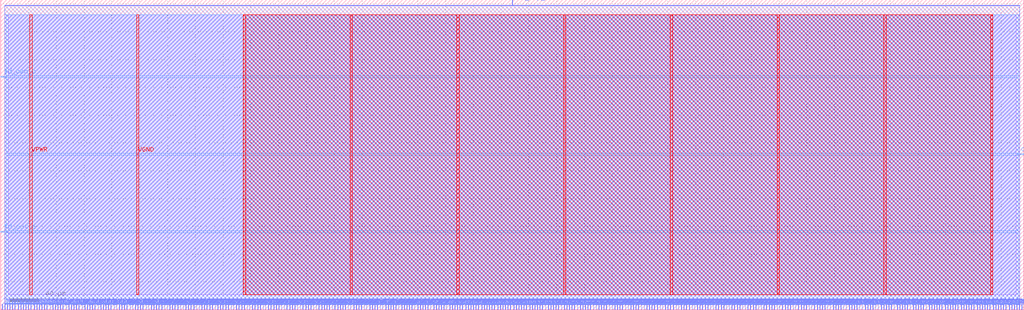
<source format=lef>
VERSION 5.7 ;
NOWIREEXTENSIONATPIN ON ;
DIVIDERCHAR "/" ;
BUSBITCHARS "[]" ;
MACRO rescue_top
  CLASS BLOCK ;
  FOREIGN rescue_top ;
  ORIGIN 0.000 0.000 ;
  SIZE 736.000 BY 223.040 ;
  PIN clk_i
    DIRECTION INPUT ;
    PORT 
      LAYER met3 ;
      RECT 732.000 111.560 736.000 112.160 ;
    END
  END clk_i
  PIN fd_oen_o
    DIRECTION OUTPUT TRISTATE ;
    PORT 
      LAYER met3 ;
      RECT 0.000 167.320 4.000 167.920 ;
    END
  END fd_oen_o
  PIN fd_out_o
    DIRECTION OUTPUT TRISTATE ;
    PORT 
      LAYER met3 ;
      RECT 0.000 55.800 4.000 56.400 ;
    END
  END fd_out_o
  PIN la_data_in[0]
    DIRECTION INPUT ;
    PORT 
      LAYER met2 ;
      RECT 1.010 0.000 1.290 4.000 ;
    END
  END la_data_in[0]
  PIN la_data_in[100]
    DIRECTION INPUT ;
    PORT 
      LAYER met2 ;
      RECT 576.010 0.000 576.290 4.000 ;
    END
  END la_data_in[100]
  PIN la_data_in[101]
    DIRECTION INPUT ;
    PORT 
      LAYER met2 ;
      RECT 581.530 0.000 581.810 4.000 ;
    END
  END la_data_in[101]
  PIN la_data_in[102]
    DIRECTION INPUT ;
    PORT 
      LAYER met2 ;
      RECT 587.510 0.000 587.790 4.000 ;
    END
  END la_data_in[102]
  PIN la_data_in[103]
    DIRECTION INPUT ;
    PORT 
      LAYER met2 ;
      RECT 593.030 0.000 593.310 4.000 ;
    END
  END la_data_in[103]
  PIN la_data_in[104]
    DIRECTION INPUT ;
    PORT 
      LAYER met2 ;
      RECT 599.010 0.000 599.290 4.000 ;
    END
  END la_data_in[104]
  PIN la_data_in[105]
    DIRECTION INPUT ;
    PORT 
      LAYER met2 ;
      RECT 604.530 0.000 604.810 4.000 ;
    END
  END la_data_in[105]
  PIN la_data_in[106]
    DIRECTION INPUT ;
    PORT 
      LAYER met2 ;
      RECT 610.510 0.000 610.790 4.000 ;
    END
  END la_data_in[106]
  PIN la_data_in[107]
    DIRECTION INPUT ;
    PORT 
      LAYER met2 ;
      RECT 616.030 0.000 616.310 4.000 ;
    END
  END la_data_in[107]
  PIN la_data_in[108]
    DIRECTION INPUT ;
    PORT 
      LAYER met2 ;
      RECT 622.010 0.000 622.290 4.000 ;
    END
  END la_data_in[108]
  PIN la_data_in[109]
    DIRECTION INPUT ;
    PORT 
      LAYER met2 ;
      RECT 627.530 0.000 627.810 4.000 ;
    END
  END la_data_in[109]
  PIN la_data_in[10]
    DIRECTION INPUT ;
    PORT 
      LAYER met2 ;
      RECT 58.510 0.000 58.790 4.000 ;
    END
  END la_data_in[10]
  PIN la_data_in[110]
    DIRECTION INPUT ;
    PORT 
      LAYER met2 ;
      RECT 633.510 0.000 633.790 4.000 ;
    END
  END la_data_in[110]
  PIN la_data_in[111]
    DIRECTION INPUT ;
    PORT 
      LAYER met2 ;
      RECT 639.030 0.000 639.310 4.000 ;
    END
  END la_data_in[111]
  PIN la_data_in[112]
    DIRECTION INPUT ;
    PORT 
      LAYER met2 ;
      RECT 645.010 0.000 645.290 4.000 ;
    END
  END la_data_in[112]
  PIN la_data_in[113]
    DIRECTION INPUT ;
    PORT 
      LAYER met2 ;
      RECT 650.530 0.000 650.810 4.000 ;
    END
  END la_data_in[113]
  PIN la_data_in[114]
    DIRECTION INPUT ;
    PORT 
      LAYER met2 ;
      RECT 656.510 0.000 656.790 4.000 ;
    END
  END la_data_in[114]
  PIN la_data_in[115]
    DIRECTION INPUT ;
    PORT 
      LAYER met2 ;
      RECT 662.030 0.000 662.310 4.000 ;
    END
  END la_data_in[115]
  PIN la_data_in[116]
    DIRECTION INPUT ;
    PORT 
      LAYER met2 ;
      RECT 668.010 0.000 668.290 4.000 ;
    END
  END la_data_in[116]
  PIN la_data_in[117]
    DIRECTION INPUT ;
    PORT 
      LAYER met2 ;
      RECT 673.530 0.000 673.810 4.000 ;
    END
  END la_data_in[117]
  PIN la_data_in[118]
    DIRECTION INPUT ;
    PORT 
      LAYER met2 ;
      RECT 679.510 0.000 679.790 4.000 ;
    END
  END la_data_in[118]
  PIN la_data_in[119]
    DIRECTION INPUT ;
    PORT 
      LAYER met2 ;
      RECT 685.030 0.000 685.310 4.000 ;
    END
  END la_data_in[119]
  PIN la_data_in[11]
    DIRECTION INPUT ;
    PORT 
      LAYER met2 ;
      RECT 64.030 0.000 64.310 4.000 ;
    END
  END la_data_in[11]
  PIN la_data_in[120]
    DIRECTION INPUT ;
    PORT 
      LAYER met2 ;
      RECT 691.010 0.000 691.290 4.000 ;
    END
  END la_data_in[120]
  PIN la_data_in[121]
    DIRECTION INPUT ;
    PORT 
      LAYER met2 ;
      RECT 696.530 0.000 696.810 4.000 ;
    END
  END la_data_in[121]
  PIN la_data_in[122]
    DIRECTION INPUT ;
    PORT 
      LAYER met2 ;
      RECT 702.510 0.000 702.790 4.000 ;
    END
  END la_data_in[122]
  PIN la_data_in[123]
    DIRECTION INPUT ;
    PORT 
      LAYER met2 ;
      RECT 708.030 0.000 708.310 4.000 ;
    END
  END la_data_in[123]
  PIN la_data_in[124]
    DIRECTION INPUT ;
    PORT 
      LAYER met2 ;
      RECT 714.010 0.000 714.290 4.000 ;
    END
  END la_data_in[124]
  PIN la_data_in[125]
    DIRECTION INPUT ;
    PORT 
      LAYER met2 ;
      RECT 719.530 0.000 719.810 4.000 ;
    END
  END la_data_in[125]
  PIN la_data_in[126]
    DIRECTION INPUT ;
    PORT 
      LAYER met2 ;
      RECT 725.510 0.000 725.790 4.000 ;
    END
  END la_data_in[126]
  PIN la_data_in[127]
    DIRECTION INPUT ;
    PORT 
      LAYER met2 ;
      RECT 731.030 0.000 731.310 4.000 ;
    END
  END la_data_in[127]
  PIN la_data_in[12]
    DIRECTION INPUT ;
    PORT 
      LAYER met2 ;
      RECT 70.010 0.000 70.290 4.000 ;
    END
  END la_data_in[12]
  PIN la_data_in[13]
    DIRECTION INPUT ;
    PORT 
      LAYER met2 ;
      RECT 75.530 0.000 75.810 4.000 ;
    END
  END la_data_in[13]
  PIN la_data_in[14]
    DIRECTION INPUT ;
    PORT 
      LAYER met2 ;
      RECT 81.510 0.000 81.790 4.000 ;
    END
  END la_data_in[14]
  PIN la_data_in[15]
    DIRECTION INPUT ;
    PORT 
      LAYER met2 ;
      RECT 87.030 0.000 87.310 4.000 ;
    END
  END la_data_in[15]
  PIN la_data_in[16]
    DIRECTION INPUT ;
    PORT 
      LAYER met2 ;
      RECT 93.010 0.000 93.290 4.000 ;
    END
  END la_data_in[16]
  PIN la_data_in[17]
    DIRECTION INPUT ;
    PORT 
      LAYER met2 ;
      RECT 98.530 0.000 98.810 4.000 ;
    END
  END la_data_in[17]
  PIN la_data_in[18]
    DIRECTION INPUT ;
    PORT 
      LAYER met2 ;
      RECT 104.510 0.000 104.790 4.000 ;
    END
  END la_data_in[18]
  PIN la_data_in[19]
    DIRECTION INPUT ;
    PORT 
      LAYER met2 ;
      RECT 110.030 0.000 110.310 4.000 ;
    END
  END la_data_in[19]
  PIN la_data_in[1]
    DIRECTION INPUT ;
    PORT 
      LAYER met2 ;
      RECT 6.530 0.000 6.810 4.000 ;
    END
  END la_data_in[1]
  PIN la_data_in[20]
    DIRECTION INPUT ;
    PORT 
      LAYER met2 ;
      RECT 116.010 0.000 116.290 4.000 ;
    END
  END la_data_in[20]
  PIN la_data_in[21]
    DIRECTION INPUT ;
    PORT 
      LAYER met2 ;
      RECT 121.530 0.000 121.810 4.000 ;
    END
  END la_data_in[21]
  PIN la_data_in[22]
    DIRECTION INPUT ;
    PORT 
      LAYER met2 ;
      RECT 127.510 0.000 127.790 4.000 ;
    END
  END la_data_in[22]
  PIN la_data_in[23]
    DIRECTION INPUT ;
    PORT 
      LAYER met2 ;
      RECT 133.030 0.000 133.310 4.000 ;
    END
  END la_data_in[23]
  PIN la_data_in[24]
    DIRECTION INPUT ;
    PORT 
      LAYER met2 ;
      RECT 139.010 0.000 139.290 4.000 ;
    END
  END la_data_in[24]
  PIN la_data_in[25]
    DIRECTION INPUT ;
    PORT 
      LAYER met2 ;
      RECT 144.530 0.000 144.810 4.000 ;
    END
  END la_data_in[25]
  PIN la_data_in[26]
    DIRECTION INPUT ;
    PORT 
      LAYER met2 ;
      RECT 150.510 0.000 150.790 4.000 ;
    END
  END la_data_in[26]
  PIN la_data_in[27]
    DIRECTION INPUT ;
    PORT 
      LAYER met2 ;
      RECT 156.030 0.000 156.310 4.000 ;
    END
  END la_data_in[27]
  PIN la_data_in[28]
    DIRECTION INPUT ;
    PORT 
      LAYER met2 ;
      RECT 162.010 0.000 162.290 4.000 ;
    END
  END la_data_in[28]
  PIN la_data_in[29]
    DIRECTION INPUT ;
    PORT 
      LAYER met2 ;
      RECT 167.530 0.000 167.810 4.000 ;
    END
  END la_data_in[29]
  PIN la_data_in[2]
    DIRECTION INPUT ;
    PORT 
      LAYER met2 ;
      RECT 12.510 0.000 12.790 4.000 ;
    END
  END la_data_in[2]
  PIN la_data_in[30]
    DIRECTION INPUT ;
    PORT 
      LAYER met2 ;
      RECT 173.510 0.000 173.790 4.000 ;
    END
  END la_data_in[30]
  PIN la_data_in[31]
    DIRECTION INPUT ;
    PORT 
      LAYER met2 ;
      RECT 179.030 0.000 179.310 4.000 ;
    END
  END la_data_in[31]
  PIN la_data_in[32]
    DIRECTION INPUT ;
    PORT 
      LAYER met2 ;
      RECT 185.010 0.000 185.290 4.000 ;
    END
  END la_data_in[32]
  PIN la_data_in[33]
    DIRECTION INPUT ;
    PORT 
      LAYER met2 ;
      RECT 190.530 0.000 190.810 4.000 ;
    END
  END la_data_in[33]
  PIN la_data_in[34]
    DIRECTION INPUT ;
    PORT 
      LAYER met2 ;
      RECT 196.510 0.000 196.790 4.000 ;
    END
  END la_data_in[34]
  PIN la_data_in[35]
    DIRECTION INPUT ;
    PORT 
      LAYER met2 ;
      RECT 202.030 0.000 202.310 4.000 ;
    END
  END la_data_in[35]
  PIN la_data_in[36]
    DIRECTION INPUT ;
    PORT 
      LAYER met2 ;
      RECT 208.010 0.000 208.290 4.000 ;
    END
  END la_data_in[36]
  PIN la_data_in[37]
    DIRECTION INPUT ;
    PORT 
      LAYER met2 ;
      RECT 213.530 0.000 213.810 4.000 ;
    END
  END la_data_in[37]
  PIN la_data_in[38]
    DIRECTION INPUT ;
    PORT 
      LAYER met2 ;
      RECT 219.510 0.000 219.790 4.000 ;
    END
  END la_data_in[38]
  PIN la_data_in[39]
    DIRECTION INPUT ;
    PORT 
      LAYER met2 ;
      RECT 225.030 0.000 225.310 4.000 ;
    END
  END la_data_in[39]
  PIN la_data_in[3]
    DIRECTION INPUT ;
    PORT 
      LAYER met2 ;
      RECT 18.030 0.000 18.310 4.000 ;
    END
  END la_data_in[3]
  PIN la_data_in[40]
    DIRECTION INPUT ;
    PORT 
      LAYER met2 ;
      RECT 231.010 0.000 231.290 4.000 ;
    END
  END la_data_in[40]
  PIN la_data_in[41]
    DIRECTION INPUT ;
    PORT 
      LAYER met2 ;
      RECT 236.530 0.000 236.810 4.000 ;
    END
  END la_data_in[41]
  PIN la_data_in[42]
    DIRECTION INPUT ;
    PORT 
      LAYER met2 ;
      RECT 242.510 0.000 242.790 4.000 ;
    END
  END la_data_in[42]
  PIN la_data_in[43]
    DIRECTION INPUT ;
    PORT 
      LAYER met2 ;
      RECT 248.030 0.000 248.310 4.000 ;
    END
  END la_data_in[43]
  PIN la_data_in[44]
    DIRECTION INPUT ;
    PORT 
      LAYER met2 ;
      RECT 254.010 0.000 254.290 4.000 ;
    END
  END la_data_in[44]
  PIN la_data_in[45]
    DIRECTION INPUT ;
    PORT 
      LAYER met2 ;
      RECT 259.530 0.000 259.810 4.000 ;
    END
  END la_data_in[45]
  PIN la_data_in[46]
    DIRECTION INPUT ;
    PORT 
      LAYER met2 ;
      RECT 265.510 0.000 265.790 4.000 ;
    END
  END la_data_in[46]
  PIN la_data_in[47]
    DIRECTION INPUT ;
    PORT 
      LAYER met2 ;
      RECT 271.030 0.000 271.310 4.000 ;
    END
  END la_data_in[47]
  PIN la_data_in[48]
    DIRECTION INPUT ;
    PORT 
      LAYER met2 ;
      RECT 277.010 0.000 277.290 4.000 ;
    END
  END la_data_in[48]
  PIN la_data_in[49]
    DIRECTION INPUT ;
    PORT 
      LAYER met2 ;
      RECT 282.530 0.000 282.810 4.000 ;
    END
  END la_data_in[49]
  PIN la_data_in[4]
    DIRECTION INPUT ;
    PORT 
      LAYER met2 ;
      RECT 24.010 0.000 24.290 4.000 ;
    END
  END la_data_in[4]
  PIN la_data_in[50]
    DIRECTION INPUT ;
    PORT 
      LAYER met2 ;
      RECT 288.510 0.000 288.790 4.000 ;
    END
  END la_data_in[50]
  PIN la_data_in[51]
    DIRECTION INPUT ;
    PORT 
      LAYER met2 ;
      RECT 294.030 0.000 294.310 4.000 ;
    END
  END la_data_in[51]
  PIN la_data_in[52]
    DIRECTION INPUT ;
    PORT 
      LAYER met2 ;
      RECT 300.010 0.000 300.290 4.000 ;
    END
  END la_data_in[52]
  PIN la_data_in[53]
    DIRECTION INPUT ;
    PORT 
      LAYER met2 ;
      RECT 305.530 0.000 305.810 4.000 ;
    END
  END la_data_in[53]
  PIN la_data_in[54]
    DIRECTION INPUT ;
    PORT 
      LAYER met2 ;
      RECT 311.510 0.000 311.790 4.000 ;
    END
  END la_data_in[54]
  PIN la_data_in[55]
    DIRECTION INPUT ;
    PORT 
      LAYER met2 ;
      RECT 317.030 0.000 317.310 4.000 ;
    END
  END la_data_in[55]
  PIN la_data_in[56]
    DIRECTION INPUT ;
    PORT 
      LAYER met2 ;
      RECT 323.010 0.000 323.290 4.000 ;
    END
  END la_data_in[56]
  PIN la_data_in[57]
    DIRECTION INPUT ;
    PORT 
      LAYER met2 ;
      RECT 328.530 0.000 328.810 4.000 ;
    END
  END la_data_in[57]
  PIN la_data_in[58]
    DIRECTION INPUT ;
    PORT 
      LAYER met2 ;
      RECT 334.510 0.000 334.790 4.000 ;
    END
  END la_data_in[58]
  PIN la_data_in[59]
    DIRECTION INPUT ;
    PORT 
      LAYER met2 ;
      RECT 340.030 0.000 340.310 4.000 ;
    END
  END la_data_in[59]
  PIN la_data_in[5]
    DIRECTION INPUT ;
    PORT 
      LAYER met2 ;
      RECT 29.530 0.000 29.810 4.000 ;
    END
  END la_data_in[5]
  PIN la_data_in[60]
    DIRECTION INPUT ;
    PORT 
      LAYER met2 ;
      RECT 346.010 0.000 346.290 4.000 ;
    END
  END la_data_in[60]
  PIN la_data_in[61]
    DIRECTION INPUT ;
    PORT 
      LAYER met2 ;
      RECT 351.530 0.000 351.810 4.000 ;
    END
  END la_data_in[61]
  PIN la_data_in[62]
    DIRECTION INPUT ;
    PORT 
      LAYER met2 ;
      RECT 357.510 0.000 357.790 4.000 ;
    END
  END la_data_in[62]
  PIN la_data_in[63]
    DIRECTION INPUT ;
    PORT 
      LAYER met2 ;
      RECT 363.030 0.000 363.310 4.000 ;
    END
  END la_data_in[63]
  PIN la_data_in[64]
    DIRECTION INPUT ;
    PORT 
      LAYER met2 ;
      RECT 369.010 0.000 369.290 4.000 ;
    END
  END la_data_in[64]
  PIN la_data_in[65]
    DIRECTION INPUT ;
    PORT 
      LAYER met2 ;
      RECT 374.530 0.000 374.810 4.000 ;
    END
  END la_data_in[65]
  PIN la_data_in[66]
    DIRECTION INPUT ;
    PORT 
      LAYER met2 ;
      RECT 380.510 0.000 380.790 4.000 ;
    END
  END la_data_in[66]
  PIN la_data_in[67]
    DIRECTION INPUT ;
    PORT 
      LAYER met2 ;
      RECT 386.030 0.000 386.310 4.000 ;
    END
  END la_data_in[67]
  PIN la_data_in[68]
    DIRECTION INPUT ;
    PORT 
      LAYER met2 ;
      RECT 392.010 0.000 392.290 4.000 ;
    END
  END la_data_in[68]
  PIN la_data_in[69]
    DIRECTION INPUT ;
    PORT 
      LAYER met2 ;
      RECT 397.530 0.000 397.810 4.000 ;
    END
  END la_data_in[69]
  PIN la_data_in[6]
    DIRECTION INPUT ;
    PORT 
      LAYER met2 ;
      RECT 35.510 0.000 35.790 4.000 ;
    END
  END la_data_in[6]
  PIN la_data_in[70]
    DIRECTION INPUT ;
    PORT 
      LAYER met2 ;
      RECT 403.510 0.000 403.790 4.000 ;
    END
  END la_data_in[70]
  PIN la_data_in[71]
    DIRECTION INPUT ;
    PORT 
      LAYER met2 ;
      RECT 409.030 0.000 409.310 4.000 ;
    END
  END la_data_in[71]
  PIN la_data_in[72]
    DIRECTION INPUT ;
    PORT 
      LAYER met2 ;
      RECT 415.010 0.000 415.290 4.000 ;
    END
  END la_data_in[72]
  PIN la_data_in[73]
    DIRECTION INPUT ;
    PORT 
      LAYER met2 ;
      RECT 420.530 0.000 420.810 4.000 ;
    END
  END la_data_in[73]
  PIN la_data_in[74]
    DIRECTION INPUT ;
    PORT 
      LAYER met2 ;
      RECT 426.510 0.000 426.790 4.000 ;
    END
  END la_data_in[74]
  PIN la_data_in[75]
    DIRECTION INPUT ;
    PORT 
      LAYER met2 ;
      RECT 432.030 0.000 432.310 4.000 ;
    END
  END la_data_in[75]
  PIN la_data_in[76]
    DIRECTION INPUT ;
    PORT 
      LAYER met2 ;
      RECT 438.010 0.000 438.290 4.000 ;
    END
  END la_data_in[76]
  PIN la_data_in[77]
    DIRECTION INPUT ;
    PORT 
      LAYER met2 ;
      RECT 443.530 0.000 443.810 4.000 ;
    END
  END la_data_in[77]
  PIN la_data_in[78]
    DIRECTION INPUT ;
    PORT 
      LAYER met2 ;
      RECT 449.510 0.000 449.790 4.000 ;
    END
  END la_data_in[78]
  PIN la_data_in[79]
    DIRECTION INPUT ;
    PORT 
      LAYER met2 ;
      RECT 455.030 0.000 455.310 4.000 ;
    END
  END la_data_in[79]
  PIN la_data_in[7]
    DIRECTION INPUT ;
    PORT 
      LAYER met2 ;
      RECT 41.030 0.000 41.310 4.000 ;
    END
  END la_data_in[7]
  PIN la_data_in[80]
    DIRECTION INPUT ;
    PORT 
      LAYER met2 ;
      RECT 461.010 0.000 461.290 4.000 ;
    END
  END la_data_in[80]
  PIN la_data_in[81]
    DIRECTION INPUT ;
    PORT 
      LAYER met2 ;
      RECT 466.530 0.000 466.810 4.000 ;
    END
  END la_data_in[81]
  PIN la_data_in[82]
    DIRECTION INPUT ;
    PORT 
      LAYER met2 ;
      RECT 472.510 0.000 472.790 4.000 ;
    END
  END la_data_in[82]
  PIN la_data_in[83]
    DIRECTION INPUT ;
    PORT 
      LAYER met2 ;
      RECT 478.030 0.000 478.310 4.000 ;
    END
  END la_data_in[83]
  PIN la_data_in[84]
    DIRECTION INPUT ;
    PORT 
      LAYER met2 ;
      RECT 484.010 0.000 484.290 4.000 ;
    END
  END la_data_in[84]
  PIN la_data_in[85]
    DIRECTION INPUT ;
    PORT 
      LAYER met2 ;
      RECT 489.530 0.000 489.810 4.000 ;
    END
  END la_data_in[85]
  PIN la_data_in[86]
    DIRECTION INPUT ;
    PORT 
      LAYER met2 ;
      RECT 495.510 0.000 495.790 4.000 ;
    END
  END la_data_in[86]
  PIN la_data_in[87]
    DIRECTION INPUT ;
    PORT 
      LAYER met2 ;
      RECT 501.030 0.000 501.310 4.000 ;
    END
  END la_data_in[87]
  PIN la_data_in[88]
    DIRECTION INPUT ;
    PORT 
      LAYER met2 ;
      RECT 507.010 0.000 507.290 4.000 ;
    END
  END la_data_in[88]
  PIN la_data_in[89]
    DIRECTION INPUT ;
    PORT 
      LAYER met2 ;
      RECT 512.530 0.000 512.810 4.000 ;
    END
  END la_data_in[89]
  PIN la_data_in[8]
    DIRECTION INPUT ;
    PORT 
      LAYER met2 ;
      RECT 47.010 0.000 47.290 4.000 ;
    END
  END la_data_in[8]
  PIN la_data_in[90]
    DIRECTION INPUT ;
    PORT 
      LAYER met2 ;
      RECT 518.510 0.000 518.790 4.000 ;
    END
  END la_data_in[90]
  PIN la_data_in[91]
    DIRECTION INPUT ;
    PORT 
      LAYER met2 ;
      RECT 524.030 0.000 524.310 4.000 ;
    END
  END la_data_in[91]
  PIN la_data_in[92]
    DIRECTION INPUT ;
    PORT 
      LAYER met2 ;
      RECT 530.010 0.000 530.290 4.000 ;
    END
  END la_data_in[92]
  PIN la_data_in[93]
    DIRECTION INPUT ;
    PORT 
      LAYER met2 ;
      RECT 535.530 0.000 535.810 4.000 ;
    END
  END la_data_in[93]
  PIN la_data_in[94]
    DIRECTION INPUT ;
    PORT 
      LAYER met2 ;
      RECT 541.510 0.000 541.790 4.000 ;
    END
  END la_data_in[94]
  PIN la_data_in[95]
    DIRECTION INPUT ;
    PORT 
      LAYER met2 ;
      RECT 547.030 0.000 547.310 4.000 ;
    END
  END la_data_in[95]
  PIN la_data_in[96]
    DIRECTION INPUT ;
    PORT 
      LAYER met2 ;
      RECT 553.010 0.000 553.290 4.000 ;
    END
  END la_data_in[96]
  PIN la_data_in[97]
    DIRECTION INPUT ;
    PORT 
      LAYER met2 ;
      RECT 558.530 0.000 558.810 4.000 ;
    END
  END la_data_in[97]
  PIN la_data_in[98]
    DIRECTION INPUT ;
    PORT 
      LAYER met2 ;
      RECT 564.510 0.000 564.790 4.000 ;
    END
  END la_data_in[98]
  PIN la_data_in[99]
    DIRECTION INPUT ;
    PORT 
      LAYER met2 ;
      RECT 570.030 0.000 570.310 4.000 ;
    END
  END la_data_in[99]
  PIN la_data_in[9]
    DIRECTION INPUT ;
    PORT 
      LAYER met2 ;
      RECT 52.530 0.000 52.810 4.000 ;
    END
  END la_data_in[9]
  PIN la_data_out[0]
    DIRECTION OUTPUT TRISTATE ;
    PORT 
      LAYER met2 ;
      RECT 2.850 0.000 3.130 4.000 ;
    END
  END la_data_out[0]
  PIN la_data_out[100]
    DIRECTION OUTPUT TRISTATE ;
    PORT 
      LAYER met2 ;
      RECT 577.850 0.000 578.130 4.000 ;
    END
  END la_data_out[100]
  PIN la_data_out[101]
    DIRECTION OUTPUT TRISTATE ;
    PORT 
      LAYER met2 ;
      RECT 583.370 0.000 583.650 4.000 ;
    END
  END la_data_out[101]
  PIN la_data_out[102]
    DIRECTION OUTPUT TRISTATE ;
    PORT 
      LAYER met2 ;
      RECT 589.350 0.000 589.630 4.000 ;
    END
  END la_data_out[102]
  PIN la_data_out[103]
    DIRECTION OUTPUT TRISTATE ;
    PORT 
      LAYER met2 ;
      RECT 594.870 0.000 595.150 4.000 ;
    END
  END la_data_out[103]
  PIN la_data_out[104]
    DIRECTION OUTPUT TRISTATE ;
    PORT 
      LAYER met2 ;
      RECT 600.850 0.000 601.130 4.000 ;
    END
  END la_data_out[104]
  PIN la_data_out[105]
    DIRECTION OUTPUT TRISTATE ;
    PORT 
      LAYER met2 ;
      RECT 606.370 0.000 606.650 4.000 ;
    END
  END la_data_out[105]
  PIN la_data_out[106]
    DIRECTION OUTPUT TRISTATE ;
    PORT 
      LAYER met2 ;
      RECT 612.350 0.000 612.630 4.000 ;
    END
  END la_data_out[106]
  PIN la_data_out[107]
    DIRECTION OUTPUT TRISTATE ;
    PORT 
      LAYER met2 ;
      RECT 617.870 0.000 618.150 4.000 ;
    END
  END la_data_out[107]
  PIN la_data_out[108]
    DIRECTION OUTPUT TRISTATE ;
    PORT 
      LAYER met2 ;
      RECT 623.850 0.000 624.130 4.000 ;
    END
  END la_data_out[108]
  PIN la_data_out[109]
    DIRECTION OUTPUT TRISTATE ;
    PORT 
      LAYER met2 ;
      RECT 629.370 0.000 629.650 4.000 ;
    END
  END la_data_out[109]
  PIN la_data_out[10]
    DIRECTION OUTPUT TRISTATE ;
    PORT 
      LAYER met2 ;
      RECT 60.350 0.000 60.630 4.000 ;
    END
  END la_data_out[10]
  PIN la_data_out[110]
    DIRECTION OUTPUT TRISTATE ;
    PORT 
      LAYER met2 ;
      RECT 635.350 0.000 635.630 4.000 ;
    END
  END la_data_out[110]
  PIN la_data_out[111]
    DIRECTION OUTPUT TRISTATE ;
    PORT 
      LAYER met2 ;
      RECT 640.870 0.000 641.150 4.000 ;
    END
  END la_data_out[111]
  PIN la_data_out[112]
    DIRECTION OUTPUT TRISTATE ;
    PORT 
      LAYER met2 ;
      RECT 646.850 0.000 647.130 4.000 ;
    END
  END la_data_out[112]
  PIN la_data_out[113]
    DIRECTION OUTPUT TRISTATE ;
    PORT 
      LAYER met2 ;
      RECT 652.370 0.000 652.650 4.000 ;
    END
  END la_data_out[113]
  PIN la_data_out[114]
    DIRECTION OUTPUT TRISTATE ;
    PORT 
      LAYER met2 ;
      RECT 658.350 0.000 658.630 4.000 ;
    END
  END la_data_out[114]
  PIN la_data_out[115]
    DIRECTION OUTPUT TRISTATE ;
    PORT 
      LAYER met2 ;
      RECT 663.870 0.000 664.150 4.000 ;
    END
  END la_data_out[115]
  PIN la_data_out[116]
    DIRECTION OUTPUT TRISTATE ;
    PORT 
      LAYER met2 ;
      RECT 669.850 0.000 670.130 4.000 ;
    END
  END la_data_out[116]
  PIN la_data_out[117]
    DIRECTION OUTPUT TRISTATE ;
    PORT 
      LAYER met2 ;
      RECT 675.370 0.000 675.650 4.000 ;
    END
  END la_data_out[117]
  PIN la_data_out[118]
    DIRECTION OUTPUT TRISTATE ;
    PORT 
      LAYER met2 ;
      RECT 681.350 0.000 681.630 4.000 ;
    END
  END la_data_out[118]
  PIN la_data_out[119]
    DIRECTION OUTPUT TRISTATE ;
    PORT 
      LAYER met2 ;
      RECT 686.870 0.000 687.150 4.000 ;
    END
  END la_data_out[119]
  PIN la_data_out[11]
    DIRECTION OUTPUT TRISTATE ;
    PORT 
      LAYER met2 ;
      RECT 65.870 0.000 66.150 4.000 ;
    END
  END la_data_out[11]
  PIN la_data_out[120]
    DIRECTION OUTPUT TRISTATE ;
    PORT 
      LAYER met2 ;
      RECT 692.850 0.000 693.130 4.000 ;
    END
  END la_data_out[120]
  PIN la_data_out[121]
    DIRECTION OUTPUT TRISTATE ;
    PORT 
      LAYER met2 ;
      RECT 698.370 0.000 698.650 4.000 ;
    END
  END la_data_out[121]
  PIN la_data_out[122]
    DIRECTION OUTPUT TRISTATE ;
    PORT 
      LAYER met2 ;
      RECT 704.350 0.000 704.630 4.000 ;
    END
  END la_data_out[122]
  PIN la_data_out[123]
    DIRECTION OUTPUT TRISTATE ;
    PORT 
      LAYER met2 ;
      RECT 709.870 0.000 710.150 4.000 ;
    END
  END la_data_out[123]
  PIN la_data_out[124]
    DIRECTION OUTPUT TRISTATE ;
    PORT 
      LAYER met2 ;
      RECT 715.850 0.000 716.130 4.000 ;
    END
  END la_data_out[124]
  PIN la_data_out[125]
    DIRECTION OUTPUT TRISTATE ;
    PORT 
      LAYER met2 ;
      RECT 721.370 0.000 721.650 4.000 ;
    END
  END la_data_out[125]
  PIN la_data_out[126]
    DIRECTION OUTPUT TRISTATE ;
    PORT 
      LAYER met2 ;
      RECT 727.350 0.000 727.630 4.000 ;
    END
  END la_data_out[126]
  PIN la_data_out[127]
    DIRECTION OUTPUT TRISTATE ;
    PORT 
      LAYER met2 ;
      RECT 732.870 0.000 733.150 4.000 ;
    END
  END la_data_out[127]
  PIN la_data_out[12]
    DIRECTION OUTPUT TRISTATE ;
    PORT 
      LAYER met2 ;
      RECT 71.850 0.000 72.130 4.000 ;
    END
  END la_data_out[12]
  PIN la_data_out[13]
    DIRECTION OUTPUT TRISTATE ;
    PORT 
      LAYER met2 ;
      RECT 77.370 0.000 77.650 4.000 ;
    END
  END la_data_out[13]
  PIN la_data_out[14]
    DIRECTION OUTPUT TRISTATE ;
    PORT 
      LAYER met2 ;
      RECT 83.350 0.000 83.630 4.000 ;
    END
  END la_data_out[14]
  PIN la_data_out[15]
    DIRECTION OUTPUT TRISTATE ;
    PORT 
      LAYER met2 ;
      RECT 88.870 0.000 89.150 4.000 ;
    END
  END la_data_out[15]
  PIN la_data_out[16]
    DIRECTION OUTPUT TRISTATE ;
    PORT 
      LAYER met2 ;
      RECT 94.850 0.000 95.130 4.000 ;
    END
  END la_data_out[16]
  PIN la_data_out[17]
    DIRECTION OUTPUT TRISTATE ;
    PORT 
      LAYER met2 ;
      RECT 100.370 0.000 100.650 4.000 ;
    END
  END la_data_out[17]
  PIN la_data_out[18]
    DIRECTION OUTPUT TRISTATE ;
    PORT 
      LAYER met2 ;
      RECT 106.350 0.000 106.630 4.000 ;
    END
  END la_data_out[18]
  PIN la_data_out[19]
    DIRECTION OUTPUT TRISTATE ;
    PORT 
      LAYER met2 ;
      RECT 111.870 0.000 112.150 4.000 ;
    END
  END la_data_out[19]
  PIN la_data_out[1]
    DIRECTION OUTPUT TRISTATE ;
    PORT 
      LAYER met2 ;
      RECT 8.370 0.000 8.650 4.000 ;
    END
  END la_data_out[1]
  PIN la_data_out[20]
    DIRECTION OUTPUT TRISTATE ;
    PORT 
      LAYER met2 ;
      RECT 117.850 0.000 118.130 4.000 ;
    END
  END la_data_out[20]
  PIN la_data_out[21]
    DIRECTION OUTPUT TRISTATE ;
    PORT 
      LAYER met2 ;
      RECT 123.370 0.000 123.650 4.000 ;
    END
  END la_data_out[21]
  PIN la_data_out[22]
    DIRECTION OUTPUT TRISTATE ;
    PORT 
      LAYER met2 ;
      RECT 129.350 0.000 129.630 4.000 ;
    END
  END la_data_out[22]
  PIN la_data_out[23]
    DIRECTION OUTPUT TRISTATE ;
    PORT 
      LAYER met2 ;
      RECT 134.870 0.000 135.150 4.000 ;
    END
  END la_data_out[23]
  PIN la_data_out[24]
    DIRECTION OUTPUT TRISTATE ;
    PORT 
      LAYER met2 ;
      RECT 140.850 0.000 141.130 4.000 ;
    END
  END la_data_out[24]
  PIN la_data_out[25]
    DIRECTION OUTPUT TRISTATE ;
    PORT 
      LAYER met2 ;
      RECT 146.370 0.000 146.650 4.000 ;
    END
  END la_data_out[25]
  PIN la_data_out[26]
    DIRECTION OUTPUT TRISTATE ;
    PORT 
      LAYER met2 ;
      RECT 152.350 0.000 152.630 4.000 ;
    END
  END la_data_out[26]
  PIN la_data_out[27]
    DIRECTION OUTPUT TRISTATE ;
    PORT 
      LAYER met2 ;
      RECT 157.870 0.000 158.150 4.000 ;
    END
  END la_data_out[27]
  PIN la_data_out[28]
    DIRECTION OUTPUT TRISTATE ;
    PORT 
      LAYER met2 ;
      RECT 163.850 0.000 164.130 4.000 ;
    END
  END la_data_out[28]
  PIN la_data_out[29]
    DIRECTION OUTPUT TRISTATE ;
    PORT 
      LAYER met2 ;
      RECT 169.370 0.000 169.650 4.000 ;
    END
  END la_data_out[29]
  PIN la_data_out[2]
    DIRECTION OUTPUT TRISTATE ;
    PORT 
      LAYER met2 ;
      RECT 14.350 0.000 14.630 4.000 ;
    END
  END la_data_out[2]
  PIN la_data_out[30]
    DIRECTION OUTPUT TRISTATE ;
    PORT 
      LAYER met2 ;
      RECT 175.350 0.000 175.630 4.000 ;
    END
  END la_data_out[30]
  PIN la_data_out[31]
    DIRECTION OUTPUT TRISTATE ;
    PORT 
      LAYER met2 ;
      RECT 180.870 0.000 181.150 4.000 ;
    END
  END la_data_out[31]
  PIN la_data_out[32]
    DIRECTION OUTPUT TRISTATE ;
    PORT 
      LAYER met2 ;
      RECT 186.850 0.000 187.130 4.000 ;
    END
  END la_data_out[32]
  PIN la_data_out[33]
    DIRECTION OUTPUT TRISTATE ;
    PORT 
      LAYER met2 ;
      RECT 192.370 0.000 192.650 4.000 ;
    END
  END la_data_out[33]
  PIN la_data_out[34]
    DIRECTION OUTPUT TRISTATE ;
    PORT 
      LAYER met2 ;
      RECT 198.350 0.000 198.630 4.000 ;
    END
  END la_data_out[34]
  PIN la_data_out[35]
    DIRECTION OUTPUT TRISTATE ;
    PORT 
      LAYER met2 ;
      RECT 203.870 0.000 204.150 4.000 ;
    END
  END la_data_out[35]
  PIN la_data_out[36]
    DIRECTION OUTPUT TRISTATE ;
    PORT 
      LAYER met2 ;
      RECT 209.850 0.000 210.130 4.000 ;
    END
  END la_data_out[36]
  PIN la_data_out[37]
    DIRECTION OUTPUT TRISTATE ;
    PORT 
      LAYER met2 ;
      RECT 215.370 0.000 215.650 4.000 ;
    END
  END la_data_out[37]
  PIN la_data_out[38]
    DIRECTION OUTPUT TRISTATE ;
    PORT 
      LAYER met2 ;
      RECT 221.350 0.000 221.630 4.000 ;
    END
  END la_data_out[38]
  PIN la_data_out[39]
    DIRECTION OUTPUT TRISTATE ;
    PORT 
      LAYER met2 ;
      RECT 226.870 0.000 227.150 4.000 ;
    END
  END la_data_out[39]
  PIN la_data_out[3]
    DIRECTION OUTPUT TRISTATE ;
    PORT 
      LAYER met2 ;
      RECT 19.870 0.000 20.150 4.000 ;
    END
  END la_data_out[3]
  PIN la_data_out[40]
    DIRECTION OUTPUT TRISTATE ;
    PORT 
      LAYER met2 ;
      RECT 232.850 0.000 233.130 4.000 ;
    END
  END la_data_out[40]
  PIN la_data_out[41]
    DIRECTION OUTPUT TRISTATE ;
    PORT 
      LAYER met2 ;
      RECT 238.370 0.000 238.650 4.000 ;
    END
  END la_data_out[41]
  PIN la_data_out[42]
    DIRECTION OUTPUT TRISTATE ;
    PORT 
      LAYER met2 ;
      RECT 244.350 0.000 244.630 4.000 ;
    END
  END la_data_out[42]
  PIN la_data_out[43]
    DIRECTION OUTPUT TRISTATE ;
    PORT 
      LAYER met2 ;
      RECT 249.870 0.000 250.150 4.000 ;
    END
  END la_data_out[43]
  PIN la_data_out[44]
    DIRECTION OUTPUT TRISTATE ;
    PORT 
      LAYER met2 ;
      RECT 255.850 0.000 256.130 4.000 ;
    END
  END la_data_out[44]
  PIN la_data_out[45]
    DIRECTION OUTPUT TRISTATE ;
    PORT 
      LAYER met2 ;
      RECT 261.370 0.000 261.650 4.000 ;
    END
  END la_data_out[45]
  PIN la_data_out[46]
    DIRECTION OUTPUT TRISTATE ;
    PORT 
      LAYER met2 ;
      RECT 267.350 0.000 267.630 4.000 ;
    END
  END la_data_out[46]
  PIN la_data_out[47]
    DIRECTION OUTPUT TRISTATE ;
    PORT 
      LAYER met2 ;
      RECT 272.870 0.000 273.150 4.000 ;
    END
  END la_data_out[47]
  PIN la_data_out[48]
    DIRECTION OUTPUT TRISTATE ;
    PORT 
      LAYER met2 ;
      RECT 278.850 0.000 279.130 4.000 ;
    END
  END la_data_out[48]
  PIN la_data_out[49]
    DIRECTION OUTPUT TRISTATE ;
    PORT 
      LAYER met2 ;
      RECT 284.370 0.000 284.650 4.000 ;
    END
  END la_data_out[49]
  PIN la_data_out[4]
    DIRECTION OUTPUT TRISTATE ;
    PORT 
      LAYER met2 ;
      RECT 25.850 0.000 26.130 4.000 ;
    END
  END la_data_out[4]
  PIN la_data_out[50]
    DIRECTION OUTPUT TRISTATE ;
    PORT 
      LAYER met2 ;
      RECT 290.350 0.000 290.630 4.000 ;
    END
  END la_data_out[50]
  PIN la_data_out[51]
    DIRECTION OUTPUT TRISTATE ;
    PORT 
      LAYER met2 ;
      RECT 295.870 0.000 296.150 4.000 ;
    END
  END la_data_out[51]
  PIN la_data_out[52]
    DIRECTION OUTPUT TRISTATE ;
    PORT 
      LAYER met2 ;
      RECT 301.850 0.000 302.130 4.000 ;
    END
  END la_data_out[52]
  PIN la_data_out[53]
    DIRECTION OUTPUT TRISTATE ;
    PORT 
      LAYER met2 ;
      RECT 307.370 0.000 307.650 4.000 ;
    END
  END la_data_out[53]
  PIN la_data_out[54]
    DIRECTION OUTPUT TRISTATE ;
    PORT 
      LAYER met2 ;
      RECT 313.350 0.000 313.630 4.000 ;
    END
  END la_data_out[54]
  PIN la_data_out[55]
    DIRECTION OUTPUT TRISTATE ;
    PORT 
      LAYER met2 ;
      RECT 318.870 0.000 319.150 4.000 ;
    END
  END la_data_out[55]
  PIN la_data_out[56]
    DIRECTION OUTPUT TRISTATE ;
    PORT 
      LAYER met2 ;
      RECT 324.850 0.000 325.130 4.000 ;
    END
  END la_data_out[56]
  PIN la_data_out[57]
    DIRECTION OUTPUT TRISTATE ;
    PORT 
      LAYER met2 ;
      RECT 330.370 0.000 330.650 4.000 ;
    END
  END la_data_out[57]
  PIN la_data_out[58]
    DIRECTION OUTPUT TRISTATE ;
    PORT 
      LAYER met2 ;
      RECT 336.350 0.000 336.630 4.000 ;
    END
  END la_data_out[58]
  PIN la_data_out[59]
    DIRECTION OUTPUT TRISTATE ;
    PORT 
      LAYER met2 ;
      RECT 341.870 0.000 342.150 4.000 ;
    END
  END la_data_out[59]
  PIN la_data_out[5]
    DIRECTION OUTPUT TRISTATE ;
    PORT 
      LAYER met2 ;
      RECT 31.370 0.000 31.650 4.000 ;
    END
  END la_data_out[5]
  PIN la_data_out[60]
    DIRECTION OUTPUT TRISTATE ;
    PORT 
      LAYER met2 ;
      RECT 347.850 0.000 348.130 4.000 ;
    END
  END la_data_out[60]
  PIN la_data_out[61]
    DIRECTION OUTPUT TRISTATE ;
    PORT 
      LAYER met2 ;
      RECT 353.370 0.000 353.650 4.000 ;
    END
  END la_data_out[61]
  PIN la_data_out[62]
    DIRECTION OUTPUT TRISTATE ;
    PORT 
      LAYER met2 ;
      RECT 359.350 0.000 359.630 4.000 ;
    END
  END la_data_out[62]
  PIN la_data_out[63]
    DIRECTION OUTPUT TRISTATE ;
    PORT 
      LAYER met2 ;
      RECT 364.870 0.000 365.150 4.000 ;
    END
  END la_data_out[63]
  PIN la_data_out[64]
    DIRECTION OUTPUT TRISTATE ;
    PORT 
      LAYER met2 ;
      RECT 370.850 0.000 371.130 4.000 ;
    END
  END la_data_out[64]
  PIN la_data_out[65]
    DIRECTION OUTPUT TRISTATE ;
    PORT 
      LAYER met2 ;
      RECT 376.370 0.000 376.650 4.000 ;
    END
  END la_data_out[65]
  PIN la_data_out[66]
    DIRECTION OUTPUT TRISTATE ;
    PORT 
      LAYER met2 ;
      RECT 382.350 0.000 382.630 4.000 ;
    END
  END la_data_out[66]
  PIN la_data_out[67]
    DIRECTION OUTPUT TRISTATE ;
    PORT 
      LAYER met2 ;
      RECT 387.870 0.000 388.150 4.000 ;
    END
  END la_data_out[67]
  PIN la_data_out[68]
    DIRECTION OUTPUT TRISTATE ;
    PORT 
      LAYER met2 ;
      RECT 393.850 0.000 394.130 4.000 ;
    END
  END la_data_out[68]
  PIN la_data_out[69]
    DIRECTION OUTPUT TRISTATE ;
    PORT 
      LAYER met2 ;
      RECT 399.370 0.000 399.650 4.000 ;
    END
  END la_data_out[69]
  PIN la_data_out[6]
    DIRECTION OUTPUT TRISTATE ;
    PORT 
      LAYER met2 ;
      RECT 37.350 0.000 37.630 4.000 ;
    END
  END la_data_out[6]
  PIN la_data_out[70]
    DIRECTION OUTPUT TRISTATE ;
    PORT 
      LAYER met2 ;
      RECT 405.350 0.000 405.630 4.000 ;
    END
  END la_data_out[70]
  PIN la_data_out[71]
    DIRECTION OUTPUT TRISTATE ;
    PORT 
      LAYER met2 ;
      RECT 410.870 0.000 411.150 4.000 ;
    END
  END la_data_out[71]
  PIN la_data_out[72]
    DIRECTION OUTPUT TRISTATE ;
    PORT 
      LAYER met2 ;
      RECT 416.850 0.000 417.130 4.000 ;
    END
  END la_data_out[72]
  PIN la_data_out[73]
    DIRECTION OUTPUT TRISTATE ;
    PORT 
      LAYER met2 ;
      RECT 422.370 0.000 422.650 4.000 ;
    END
  END la_data_out[73]
  PIN la_data_out[74]
    DIRECTION OUTPUT TRISTATE ;
    PORT 
      LAYER met2 ;
      RECT 428.350 0.000 428.630 4.000 ;
    END
  END la_data_out[74]
  PIN la_data_out[75]
    DIRECTION OUTPUT TRISTATE ;
    PORT 
      LAYER met2 ;
      RECT 433.870 0.000 434.150 4.000 ;
    END
  END la_data_out[75]
  PIN la_data_out[76]
    DIRECTION OUTPUT TRISTATE ;
    PORT 
      LAYER met2 ;
      RECT 439.850 0.000 440.130 4.000 ;
    END
  END la_data_out[76]
  PIN la_data_out[77]
    DIRECTION OUTPUT TRISTATE ;
    PORT 
      LAYER met2 ;
      RECT 445.370 0.000 445.650 4.000 ;
    END
  END la_data_out[77]
  PIN la_data_out[78]
    DIRECTION OUTPUT TRISTATE ;
    PORT 
      LAYER met2 ;
      RECT 451.350 0.000 451.630 4.000 ;
    END
  END la_data_out[78]
  PIN la_data_out[79]
    DIRECTION OUTPUT TRISTATE ;
    PORT 
      LAYER met2 ;
      RECT 456.870 0.000 457.150 4.000 ;
    END
  END la_data_out[79]
  PIN la_data_out[7]
    DIRECTION OUTPUT TRISTATE ;
    PORT 
      LAYER met2 ;
      RECT 42.870 0.000 43.150 4.000 ;
    END
  END la_data_out[7]
  PIN la_data_out[80]
    DIRECTION OUTPUT TRISTATE ;
    PORT 
      LAYER met2 ;
      RECT 462.850 0.000 463.130 4.000 ;
    END
  END la_data_out[80]
  PIN la_data_out[81]
    DIRECTION OUTPUT TRISTATE ;
    PORT 
      LAYER met2 ;
      RECT 468.370 0.000 468.650 4.000 ;
    END
  END la_data_out[81]
  PIN la_data_out[82]
    DIRECTION OUTPUT TRISTATE ;
    PORT 
      LAYER met2 ;
      RECT 474.350 0.000 474.630 4.000 ;
    END
  END la_data_out[82]
  PIN la_data_out[83]
    DIRECTION OUTPUT TRISTATE ;
    PORT 
      LAYER met2 ;
      RECT 479.870 0.000 480.150 4.000 ;
    END
  END la_data_out[83]
  PIN la_data_out[84]
    DIRECTION OUTPUT TRISTATE ;
    PORT 
      LAYER met2 ;
      RECT 485.850 0.000 486.130 4.000 ;
    END
  END la_data_out[84]
  PIN la_data_out[85]
    DIRECTION OUTPUT TRISTATE ;
    PORT 
      LAYER met2 ;
      RECT 491.370 0.000 491.650 4.000 ;
    END
  END la_data_out[85]
  PIN la_data_out[86]
    DIRECTION OUTPUT TRISTATE ;
    PORT 
      LAYER met2 ;
      RECT 497.350 0.000 497.630 4.000 ;
    END
  END la_data_out[86]
  PIN la_data_out[87]
    DIRECTION OUTPUT TRISTATE ;
    PORT 
      LAYER met2 ;
      RECT 502.870 0.000 503.150 4.000 ;
    END
  END la_data_out[87]
  PIN la_data_out[88]
    DIRECTION OUTPUT TRISTATE ;
    PORT 
      LAYER met2 ;
      RECT 508.850 0.000 509.130 4.000 ;
    END
  END la_data_out[88]
  PIN la_data_out[89]
    DIRECTION OUTPUT TRISTATE ;
    PORT 
      LAYER met2 ;
      RECT 514.370 0.000 514.650 4.000 ;
    END
  END la_data_out[89]
  PIN la_data_out[8]
    DIRECTION OUTPUT TRISTATE ;
    PORT 
      LAYER met2 ;
      RECT 48.850 0.000 49.130 4.000 ;
    END
  END la_data_out[8]
  PIN la_data_out[90]
    DIRECTION OUTPUT TRISTATE ;
    PORT 
      LAYER met2 ;
      RECT 520.350 0.000 520.630 4.000 ;
    END
  END la_data_out[90]
  PIN la_data_out[91]
    DIRECTION OUTPUT TRISTATE ;
    PORT 
      LAYER met2 ;
      RECT 525.870 0.000 526.150 4.000 ;
    END
  END la_data_out[91]
  PIN la_data_out[92]
    DIRECTION OUTPUT TRISTATE ;
    PORT 
      LAYER met2 ;
      RECT 531.850 0.000 532.130 4.000 ;
    END
  END la_data_out[92]
  PIN la_data_out[93]
    DIRECTION OUTPUT TRISTATE ;
    PORT 
      LAYER met2 ;
      RECT 537.370 0.000 537.650 4.000 ;
    END
  END la_data_out[93]
  PIN la_data_out[94]
    DIRECTION OUTPUT TRISTATE ;
    PORT 
      LAYER met2 ;
      RECT 543.350 0.000 543.630 4.000 ;
    END
  END la_data_out[94]
  PIN la_data_out[95]
    DIRECTION OUTPUT TRISTATE ;
    PORT 
      LAYER met2 ;
      RECT 548.870 0.000 549.150 4.000 ;
    END
  END la_data_out[95]
  PIN la_data_out[96]
    DIRECTION OUTPUT TRISTATE ;
    PORT 
      LAYER met2 ;
      RECT 554.850 0.000 555.130 4.000 ;
    END
  END la_data_out[96]
  PIN la_data_out[97]
    DIRECTION OUTPUT TRISTATE ;
    PORT 
      LAYER met2 ;
      RECT 560.370 0.000 560.650 4.000 ;
    END
  END la_data_out[97]
  PIN la_data_out[98]
    DIRECTION OUTPUT TRISTATE ;
    PORT 
      LAYER met2 ;
      RECT 566.350 0.000 566.630 4.000 ;
    END
  END la_data_out[98]
  PIN la_data_out[99]
    DIRECTION OUTPUT TRISTATE ;
    PORT 
      LAYER met2 ;
      RECT 571.870 0.000 572.150 4.000 ;
    END
  END la_data_out[99]
  PIN la_data_out[9]
    DIRECTION OUTPUT TRISTATE ;
    PORT 
      LAYER met2 ;
      RECT 54.370 0.000 54.650 4.000 ;
    END
  END la_data_out[9]
  PIN la_oen[0]
    DIRECTION INPUT ;
    PORT 
      LAYER met2 ;
      RECT 4.690 0.000 4.970 4.000 ;
    END
  END la_oen[0]
  PIN la_oen[100]
    DIRECTION INPUT ;
    PORT 
      LAYER met2 ;
      RECT 579.690 0.000 579.970 4.000 ;
    END
  END la_oen[100]
  PIN la_oen[101]
    DIRECTION INPUT ;
    PORT 
      LAYER met2 ;
      RECT 585.210 0.000 585.490 4.000 ;
    END
  END la_oen[101]
  PIN la_oen[102]
    DIRECTION INPUT ;
    PORT 
      LAYER met2 ;
      RECT 591.190 0.000 591.470 4.000 ;
    END
  END la_oen[102]
  PIN la_oen[103]
    DIRECTION INPUT ;
    PORT 
      LAYER met2 ;
      RECT 596.710 0.000 596.990 4.000 ;
    END
  END la_oen[103]
  PIN la_oen[104]
    DIRECTION INPUT ;
    PORT 
      LAYER met2 ;
      RECT 602.690 0.000 602.970 4.000 ;
    END
  END la_oen[104]
  PIN la_oen[105]
    DIRECTION INPUT ;
    PORT 
      LAYER met2 ;
      RECT 608.210 0.000 608.490 4.000 ;
    END
  END la_oen[105]
  PIN la_oen[106]
    DIRECTION INPUT ;
    PORT 
      LAYER met2 ;
      RECT 614.190 0.000 614.470 4.000 ;
    END
  END la_oen[106]
  PIN la_oen[107]
    DIRECTION INPUT ;
    PORT 
      LAYER met2 ;
      RECT 619.710 0.000 619.990 4.000 ;
    END
  END la_oen[107]
  PIN la_oen[108]
    DIRECTION INPUT ;
    PORT 
      LAYER met2 ;
      RECT 625.690 0.000 625.970 4.000 ;
    END
  END la_oen[108]
  PIN la_oen[109]
    DIRECTION INPUT ;
    PORT 
      LAYER met2 ;
      RECT 631.210 0.000 631.490 4.000 ;
    END
  END la_oen[109]
  PIN la_oen[10]
    DIRECTION INPUT ;
    PORT 
      LAYER met2 ;
      RECT 62.190 0.000 62.470 4.000 ;
    END
  END la_oen[10]
  PIN la_oen[110]
    DIRECTION INPUT ;
    PORT 
      LAYER met2 ;
      RECT 637.190 0.000 637.470 4.000 ;
    END
  END la_oen[110]
  PIN la_oen[111]
    DIRECTION INPUT ;
    PORT 
      LAYER met2 ;
      RECT 642.710 0.000 642.990 4.000 ;
    END
  END la_oen[111]
  PIN la_oen[112]
    DIRECTION INPUT ;
    PORT 
      LAYER met2 ;
      RECT 648.690 0.000 648.970 4.000 ;
    END
  END la_oen[112]
  PIN la_oen[113]
    DIRECTION INPUT ;
    PORT 
      LAYER met2 ;
      RECT 654.210 0.000 654.490 4.000 ;
    END
  END la_oen[113]
  PIN la_oen[114]
    DIRECTION INPUT ;
    PORT 
      LAYER met2 ;
      RECT 660.190 0.000 660.470 4.000 ;
    END
  END la_oen[114]
  PIN la_oen[115]
    DIRECTION INPUT ;
    PORT 
      LAYER met2 ;
      RECT 665.710 0.000 665.990 4.000 ;
    END
  END la_oen[115]
  PIN la_oen[116]
    DIRECTION INPUT ;
    PORT 
      LAYER met2 ;
      RECT 671.690 0.000 671.970 4.000 ;
    END
  END la_oen[116]
  PIN la_oen[117]
    DIRECTION INPUT ;
    PORT 
      LAYER met2 ;
      RECT 677.210 0.000 677.490 4.000 ;
    END
  END la_oen[117]
  PIN la_oen[118]
    DIRECTION INPUT ;
    PORT 
      LAYER met2 ;
      RECT 683.190 0.000 683.470 4.000 ;
    END
  END la_oen[118]
  PIN la_oen[119]
    DIRECTION INPUT ;
    PORT 
      LAYER met2 ;
      RECT 688.710 0.000 688.990 4.000 ;
    END
  END la_oen[119]
  PIN la_oen[11]
    DIRECTION INPUT ;
    PORT 
      LAYER met2 ;
      RECT 67.710 0.000 67.990 4.000 ;
    END
  END la_oen[11]
  PIN la_oen[120]
    DIRECTION INPUT ;
    PORT 
      LAYER met2 ;
      RECT 694.690 0.000 694.970 4.000 ;
    END
  END la_oen[120]
  PIN la_oen[121]
    DIRECTION INPUT ;
    PORT 
      LAYER met2 ;
      RECT 700.210 0.000 700.490 4.000 ;
    END
  END la_oen[121]
  PIN la_oen[122]
    DIRECTION INPUT ;
    PORT 
      LAYER met2 ;
      RECT 706.190 0.000 706.470 4.000 ;
    END
  END la_oen[122]
  PIN la_oen[123]
    DIRECTION INPUT ;
    PORT 
      LAYER met2 ;
      RECT 711.710 0.000 711.990 4.000 ;
    END
  END la_oen[123]
  PIN la_oen[124]
    DIRECTION INPUT ;
    PORT 
      LAYER met2 ;
      RECT 717.690 0.000 717.970 4.000 ;
    END
  END la_oen[124]
  PIN la_oen[125]
    DIRECTION INPUT ;
    PORT 
      LAYER met2 ;
      RECT 723.210 0.000 723.490 4.000 ;
    END
  END la_oen[125]
  PIN la_oen[126]
    DIRECTION INPUT ;
    PORT 
      LAYER met2 ;
      RECT 729.190 0.000 729.470 4.000 ;
    END
  END la_oen[126]
  PIN la_oen[127]
    DIRECTION INPUT ;
    PORT 
      LAYER met2 ;
      RECT 734.710 0.000 734.990 4.000 ;
    END
  END la_oen[127]
  PIN la_oen[12]
    DIRECTION INPUT ;
    PORT 
      LAYER met2 ;
      RECT 73.690 0.000 73.970 4.000 ;
    END
  END la_oen[12]
  PIN la_oen[13]
    DIRECTION INPUT ;
    PORT 
      LAYER met2 ;
      RECT 79.210 0.000 79.490 4.000 ;
    END
  END la_oen[13]
  PIN la_oen[14]
    DIRECTION INPUT ;
    PORT 
      LAYER met2 ;
      RECT 85.190 0.000 85.470 4.000 ;
    END
  END la_oen[14]
  PIN la_oen[15]
    DIRECTION INPUT ;
    PORT 
      LAYER met2 ;
      RECT 90.710 0.000 90.990 4.000 ;
    END
  END la_oen[15]
  PIN la_oen[16]
    DIRECTION INPUT ;
    PORT 
      LAYER met2 ;
      RECT 96.690 0.000 96.970 4.000 ;
    END
  END la_oen[16]
  PIN la_oen[17]
    DIRECTION INPUT ;
    PORT 
      LAYER met2 ;
      RECT 102.210 0.000 102.490 4.000 ;
    END
  END la_oen[17]
  PIN la_oen[18]
    DIRECTION INPUT ;
    PORT 
      LAYER met2 ;
      RECT 108.190 0.000 108.470 4.000 ;
    END
  END la_oen[18]
  PIN la_oen[19]
    DIRECTION INPUT ;
    PORT 
      LAYER met2 ;
      RECT 113.710 0.000 113.990 4.000 ;
    END
  END la_oen[19]
  PIN la_oen[1]
    DIRECTION INPUT ;
    PORT 
      LAYER met2 ;
      RECT 10.210 0.000 10.490 4.000 ;
    END
  END la_oen[1]
  PIN la_oen[20]
    DIRECTION INPUT ;
    PORT 
      LAYER met2 ;
      RECT 119.690 0.000 119.970 4.000 ;
    END
  END la_oen[20]
  PIN la_oen[21]
    DIRECTION INPUT ;
    PORT 
      LAYER met2 ;
      RECT 125.210 0.000 125.490 4.000 ;
    END
  END la_oen[21]
  PIN la_oen[22]
    DIRECTION INPUT ;
    PORT 
      LAYER met2 ;
      RECT 131.190 0.000 131.470 4.000 ;
    END
  END la_oen[22]
  PIN la_oen[23]
    DIRECTION INPUT ;
    PORT 
      LAYER met2 ;
      RECT 136.710 0.000 136.990 4.000 ;
    END
  END la_oen[23]
  PIN la_oen[24]
    DIRECTION INPUT ;
    PORT 
      LAYER met2 ;
      RECT 142.690 0.000 142.970 4.000 ;
    END
  END la_oen[24]
  PIN la_oen[25]
    DIRECTION INPUT ;
    PORT 
      LAYER met2 ;
      RECT 148.210 0.000 148.490 4.000 ;
    END
  END la_oen[25]
  PIN la_oen[26]
    DIRECTION INPUT ;
    PORT 
      LAYER met2 ;
      RECT 154.190 0.000 154.470 4.000 ;
    END
  END la_oen[26]
  PIN la_oen[27]
    DIRECTION INPUT ;
    PORT 
      LAYER met2 ;
      RECT 159.710 0.000 159.990 4.000 ;
    END
  END la_oen[27]
  PIN la_oen[28]
    DIRECTION INPUT ;
    PORT 
      LAYER met2 ;
      RECT 165.690 0.000 165.970 4.000 ;
    END
  END la_oen[28]
  PIN la_oen[29]
    DIRECTION INPUT ;
    PORT 
      LAYER met2 ;
      RECT 171.210 0.000 171.490 4.000 ;
    END
  END la_oen[29]
  PIN la_oen[2]
    DIRECTION INPUT ;
    PORT 
      LAYER met2 ;
      RECT 16.190 0.000 16.470 4.000 ;
    END
  END la_oen[2]
  PIN la_oen[30]
    DIRECTION INPUT ;
    PORT 
      LAYER met2 ;
      RECT 177.190 0.000 177.470 4.000 ;
    END
  END la_oen[30]
  PIN la_oen[31]
    DIRECTION INPUT ;
    PORT 
      LAYER met2 ;
      RECT 182.710 0.000 182.990 4.000 ;
    END
  END la_oen[31]
  PIN la_oen[32]
    DIRECTION INPUT ;
    PORT 
      LAYER met2 ;
      RECT 188.690 0.000 188.970 4.000 ;
    END
  END la_oen[32]
  PIN la_oen[33]
    DIRECTION INPUT ;
    PORT 
      LAYER met2 ;
      RECT 194.210 0.000 194.490 4.000 ;
    END
  END la_oen[33]
  PIN la_oen[34]
    DIRECTION INPUT ;
    PORT 
      LAYER met2 ;
      RECT 200.190 0.000 200.470 4.000 ;
    END
  END la_oen[34]
  PIN la_oen[35]
    DIRECTION INPUT ;
    PORT 
      LAYER met2 ;
      RECT 205.710 0.000 205.990 4.000 ;
    END
  END la_oen[35]
  PIN la_oen[36]
    DIRECTION INPUT ;
    PORT 
      LAYER met2 ;
      RECT 211.690 0.000 211.970 4.000 ;
    END
  END la_oen[36]
  PIN la_oen[37]
    DIRECTION INPUT ;
    PORT 
      LAYER met2 ;
      RECT 217.210 0.000 217.490 4.000 ;
    END
  END la_oen[37]
  PIN la_oen[38]
    DIRECTION INPUT ;
    PORT 
      LAYER met2 ;
      RECT 223.190 0.000 223.470 4.000 ;
    END
  END la_oen[38]
  PIN la_oen[39]
    DIRECTION INPUT ;
    PORT 
      LAYER met2 ;
      RECT 228.710 0.000 228.990 4.000 ;
    END
  END la_oen[39]
  PIN la_oen[3]
    DIRECTION INPUT ;
    PORT 
      LAYER met2 ;
      RECT 21.710 0.000 21.990 4.000 ;
    END
  END la_oen[3]
  PIN la_oen[40]
    DIRECTION INPUT ;
    PORT 
      LAYER met2 ;
      RECT 234.690 0.000 234.970 4.000 ;
    END
  END la_oen[40]
  PIN la_oen[41]
    DIRECTION INPUT ;
    PORT 
      LAYER met2 ;
      RECT 240.210 0.000 240.490 4.000 ;
    END
  END la_oen[41]
  PIN la_oen[42]
    DIRECTION INPUT ;
    PORT 
      LAYER met2 ;
      RECT 246.190 0.000 246.470 4.000 ;
    END
  END la_oen[42]
  PIN la_oen[43]
    DIRECTION INPUT ;
    PORT 
      LAYER met2 ;
      RECT 251.710 0.000 251.990 4.000 ;
    END
  END la_oen[43]
  PIN la_oen[44]
    DIRECTION INPUT ;
    PORT 
      LAYER met2 ;
      RECT 257.690 0.000 257.970 4.000 ;
    END
  END la_oen[44]
  PIN la_oen[45]
    DIRECTION INPUT ;
    PORT 
      LAYER met2 ;
      RECT 263.210 0.000 263.490 4.000 ;
    END
  END la_oen[45]
  PIN la_oen[46]
    DIRECTION INPUT ;
    PORT 
      LAYER met2 ;
      RECT 269.190 0.000 269.470 4.000 ;
    END
  END la_oen[46]
  PIN la_oen[47]
    DIRECTION INPUT ;
    PORT 
      LAYER met2 ;
      RECT 274.710 0.000 274.990 4.000 ;
    END
  END la_oen[47]
  PIN la_oen[48]
    DIRECTION INPUT ;
    PORT 
      LAYER met2 ;
      RECT 280.690 0.000 280.970 4.000 ;
    END
  END la_oen[48]
  PIN la_oen[49]
    DIRECTION INPUT ;
    PORT 
      LAYER met2 ;
      RECT 286.210 0.000 286.490 4.000 ;
    END
  END la_oen[49]
  PIN la_oen[4]
    DIRECTION INPUT ;
    PORT 
      LAYER met2 ;
      RECT 27.690 0.000 27.970 4.000 ;
    END
  END la_oen[4]
  PIN la_oen[50]
    DIRECTION INPUT ;
    PORT 
      LAYER met2 ;
      RECT 292.190 0.000 292.470 4.000 ;
    END
  END la_oen[50]
  PIN la_oen[51]
    DIRECTION INPUT ;
    PORT 
      LAYER met2 ;
      RECT 297.710 0.000 297.990 4.000 ;
    END
  END la_oen[51]
  PIN la_oen[52]
    DIRECTION INPUT ;
    PORT 
      LAYER met2 ;
      RECT 303.690 0.000 303.970 4.000 ;
    END
  END la_oen[52]
  PIN la_oen[53]
    DIRECTION INPUT ;
    PORT 
      LAYER met2 ;
      RECT 309.210 0.000 309.490 4.000 ;
    END
  END la_oen[53]
  PIN la_oen[54]
    DIRECTION INPUT ;
    PORT 
      LAYER met2 ;
      RECT 315.190 0.000 315.470 4.000 ;
    END
  END la_oen[54]
  PIN la_oen[55]
    DIRECTION INPUT ;
    PORT 
      LAYER met2 ;
      RECT 320.710 0.000 320.990 4.000 ;
    END
  END la_oen[55]
  PIN la_oen[56]
    DIRECTION INPUT ;
    PORT 
      LAYER met2 ;
      RECT 326.690 0.000 326.970 4.000 ;
    END
  END la_oen[56]
  PIN la_oen[57]
    DIRECTION INPUT ;
    PORT 
      LAYER met2 ;
      RECT 332.210 0.000 332.490 4.000 ;
    END
  END la_oen[57]
  PIN la_oen[58]
    DIRECTION INPUT ;
    PORT 
      LAYER met2 ;
      RECT 338.190 0.000 338.470 4.000 ;
    END
  END la_oen[58]
  PIN la_oen[59]
    DIRECTION INPUT ;
    PORT 
      LAYER met2 ;
      RECT 343.710 0.000 343.990 4.000 ;
    END
  END la_oen[59]
  PIN la_oen[5]
    DIRECTION INPUT ;
    PORT 
      LAYER met2 ;
      RECT 33.210 0.000 33.490 4.000 ;
    END
  END la_oen[5]
  PIN la_oen[60]
    DIRECTION INPUT ;
    PORT 
      LAYER met2 ;
      RECT 349.690 0.000 349.970 4.000 ;
    END
  END la_oen[60]
  PIN la_oen[61]
    DIRECTION INPUT ;
    PORT 
      LAYER met2 ;
      RECT 355.210 0.000 355.490 4.000 ;
    END
  END la_oen[61]
  PIN la_oen[62]
    DIRECTION INPUT ;
    PORT 
      LAYER met2 ;
      RECT 361.190 0.000 361.470 4.000 ;
    END
  END la_oen[62]
  PIN la_oen[63]
    DIRECTION INPUT ;
    PORT 
      LAYER met2 ;
      RECT 366.710 0.000 366.990 4.000 ;
    END
  END la_oen[63]
  PIN la_oen[64]
    DIRECTION INPUT ;
    PORT 
      LAYER met2 ;
      RECT 372.690 0.000 372.970 4.000 ;
    END
  END la_oen[64]
  PIN la_oen[65]
    DIRECTION INPUT ;
    PORT 
      LAYER met2 ;
      RECT 378.210 0.000 378.490 4.000 ;
    END
  END la_oen[65]
  PIN la_oen[66]
    DIRECTION INPUT ;
    PORT 
      LAYER met2 ;
      RECT 384.190 0.000 384.470 4.000 ;
    END
  END la_oen[66]
  PIN la_oen[67]
    DIRECTION INPUT ;
    PORT 
      LAYER met2 ;
      RECT 389.710 0.000 389.990 4.000 ;
    END
  END la_oen[67]
  PIN la_oen[68]
    DIRECTION INPUT ;
    PORT 
      LAYER met2 ;
      RECT 395.690 0.000 395.970 4.000 ;
    END
  END la_oen[68]
  PIN la_oen[69]
    DIRECTION INPUT ;
    PORT 
      LAYER met2 ;
      RECT 401.210 0.000 401.490 4.000 ;
    END
  END la_oen[69]
  PIN la_oen[6]
    DIRECTION INPUT ;
    PORT 
      LAYER met2 ;
      RECT 39.190 0.000 39.470 4.000 ;
    END
  END la_oen[6]
  PIN la_oen[70]
    DIRECTION INPUT ;
    PORT 
      LAYER met2 ;
      RECT 407.190 0.000 407.470 4.000 ;
    END
  END la_oen[70]
  PIN la_oen[71]
    DIRECTION INPUT ;
    PORT 
      LAYER met2 ;
      RECT 412.710 0.000 412.990 4.000 ;
    END
  END la_oen[71]
  PIN la_oen[72]
    DIRECTION INPUT ;
    PORT 
      LAYER met2 ;
      RECT 418.690 0.000 418.970 4.000 ;
    END
  END la_oen[72]
  PIN la_oen[73]
    DIRECTION INPUT ;
    PORT 
      LAYER met2 ;
      RECT 424.210 0.000 424.490 4.000 ;
    END
  END la_oen[73]
  PIN la_oen[74]
    DIRECTION INPUT ;
    PORT 
      LAYER met2 ;
      RECT 430.190 0.000 430.470 4.000 ;
    END
  END la_oen[74]
  PIN la_oen[75]
    DIRECTION INPUT ;
    PORT 
      LAYER met2 ;
      RECT 435.710 0.000 435.990 4.000 ;
    END
  END la_oen[75]
  PIN la_oen[76]
    DIRECTION INPUT ;
    PORT 
      LAYER met2 ;
      RECT 441.690 0.000 441.970 4.000 ;
    END
  END la_oen[76]
  PIN la_oen[77]
    DIRECTION INPUT ;
    PORT 
      LAYER met2 ;
      RECT 447.210 0.000 447.490 4.000 ;
    END
  END la_oen[77]
  PIN la_oen[78]
    DIRECTION INPUT ;
    PORT 
      LAYER met2 ;
      RECT 453.190 0.000 453.470 4.000 ;
    END
  END la_oen[78]
  PIN la_oen[79]
    DIRECTION INPUT ;
    PORT 
      LAYER met2 ;
      RECT 458.710 0.000 458.990 4.000 ;
    END
  END la_oen[79]
  PIN la_oen[7]
    DIRECTION INPUT ;
    PORT 
      LAYER met2 ;
      RECT 44.710 0.000 44.990 4.000 ;
    END
  END la_oen[7]
  PIN la_oen[80]
    DIRECTION INPUT ;
    PORT 
      LAYER met2 ;
      RECT 464.690 0.000 464.970 4.000 ;
    END
  END la_oen[80]
  PIN la_oen[81]
    DIRECTION INPUT ;
    PORT 
      LAYER met2 ;
      RECT 470.210 0.000 470.490 4.000 ;
    END
  END la_oen[81]
  PIN la_oen[82]
    DIRECTION INPUT ;
    PORT 
      LAYER met2 ;
      RECT 476.190 0.000 476.470 4.000 ;
    END
  END la_oen[82]
  PIN la_oen[83]
    DIRECTION INPUT ;
    PORT 
      LAYER met2 ;
      RECT 481.710 0.000 481.990 4.000 ;
    END
  END la_oen[83]
  PIN la_oen[84]
    DIRECTION INPUT ;
    PORT 
      LAYER met2 ;
      RECT 487.690 0.000 487.970 4.000 ;
    END
  END la_oen[84]
  PIN la_oen[85]
    DIRECTION INPUT ;
    PORT 
      LAYER met2 ;
      RECT 493.210 0.000 493.490 4.000 ;
    END
  END la_oen[85]
  PIN la_oen[86]
    DIRECTION INPUT ;
    PORT 
      LAYER met2 ;
      RECT 499.190 0.000 499.470 4.000 ;
    END
  END la_oen[86]
  PIN la_oen[87]
    DIRECTION INPUT ;
    PORT 
      LAYER met2 ;
      RECT 504.710 0.000 504.990 4.000 ;
    END
  END la_oen[87]
  PIN la_oen[88]
    DIRECTION INPUT ;
    PORT 
      LAYER met2 ;
      RECT 510.690 0.000 510.970 4.000 ;
    END
  END la_oen[88]
  PIN la_oen[89]
    DIRECTION INPUT ;
    PORT 
      LAYER met2 ;
      RECT 516.210 0.000 516.490 4.000 ;
    END
  END la_oen[89]
  PIN la_oen[8]
    DIRECTION INPUT ;
    PORT 
      LAYER met2 ;
      RECT 50.690 0.000 50.970 4.000 ;
    END
  END la_oen[8]
  PIN la_oen[90]
    DIRECTION INPUT ;
    PORT 
      LAYER met2 ;
      RECT 522.190 0.000 522.470 4.000 ;
    END
  END la_oen[90]
  PIN la_oen[91]
    DIRECTION INPUT ;
    PORT 
      LAYER met2 ;
      RECT 527.710 0.000 527.990 4.000 ;
    END
  END la_oen[91]
  PIN la_oen[92]
    DIRECTION INPUT ;
    PORT 
      LAYER met2 ;
      RECT 533.690 0.000 533.970 4.000 ;
    END
  END la_oen[92]
  PIN la_oen[93]
    DIRECTION INPUT ;
    PORT 
      LAYER met2 ;
      RECT 539.210 0.000 539.490 4.000 ;
    END
  END la_oen[93]
  PIN la_oen[94]
    DIRECTION INPUT ;
    PORT 
      LAYER met2 ;
      RECT 545.190 0.000 545.470 4.000 ;
    END
  END la_oen[94]
  PIN la_oen[95]
    DIRECTION INPUT ;
    PORT 
      LAYER met2 ;
      RECT 550.710 0.000 550.990 4.000 ;
    END
  END la_oen[95]
  PIN la_oen[96]
    DIRECTION INPUT ;
    PORT 
      LAYER met2 ;
      RECT 556.690 0.000 556.970 4.000 ;
    END
  END la_oen[96]
  PIN la_oen[97]
    DIRECTION INPUT ;
    PORT 
      LAYER met2 ;
      RECT 562.210 0.000 562.490 4.000 ;
    END
  END la_oen[97]
  PIN la_oen[98]
    DIRECTION INPUT ;
    PORT 
      LAYER met2 ;
      RECT 568.190 0.000 568.470 4.000 ;
    END
  END la_oen[98]
  PIN la_oen[99]
    DIRECTION INPUT ;
    PORT 
      LAYER met2 ;
      RECT 573.710 0.000 573.990 4.000 ;
    END
  END la_oen[99]
  PIN la_oen[9]
    DIRECTION INPUT ;
    PORT 
      LAYER met2 ;
      RECT 56.210 0.000 56.490 4.000 ;
    END
  END la_oen[9]
  PIN tdc_inp_i
    DIRECTION INPUT ;
    PORT 
      LAYER met2 ;
      RECT 368.090 219.040 368.370 223.040 ;
    END
  END tdc_inp_i
  PIN VPWR
    DIRECTION INPUT ;
    USE POWER ;
    PORT 
      LAYER met4 ;
      RECT 174.64 10.64 176.24 212.4 ;
      RECT 328.24 10.64 329.84 212.4 ;
      RECT 481.84 10.64 483.44 212.4 ;
      RECT 635.44 10.64 637.04 212.4 ;
      RECT 21.040 10.640 22.640 212.400 ;
    END
  END VPWR
  PIN VGND
    DIRECTION INPUT ;
    USE GROUND ;
    PORT 
      LAYER met4 ;
      RECT 251.44 10.64 253.04 212.4 ;
      RECT 405.04 10.64 406.64 212.4 ;
      RECT 558.64 10.64 560.24 212.4 ;
      RECT 712.24 10.64 713.84 212.4 ;
      RECT 97.840 10.640 99.440 212.400 ;
    END
  END VGND
  OBS 
    LAYER li1 ;
    RECT 5.520 10.795 730.480 212.245 ;
    LAYER met1 ;
    RECT 2.830 7.180 733.170 212.400 ;
    LAYER met2 ;
    RECT 2.860 218.760 367.810 219.040 ;
    RECT 368.650 218.760 733.140 219.040 ;
    RECT 2.860 4.280 733.140 218.760 ;
    RECT 3.410 4.000 4.410 4.280 ;
    RECT 5.250 4.000 6.250 4.280 ;
    RECT 7.090 4.000 8.090 4.280 ;
    RECT 8.930 4.000 9.930 4.280 ;
    RECT 10.770 4.000 12.230 4.280 ;
    RECT 13.070 4.000 14.070 4.280 ;
    RECT 14.910 4.000 15.910 4.280 ;
    RECT 16.750 4.000 17.750 4.280 ;
    RECT 18.590 4.000 19.590 4.280 ;
    RECT 20.430 4.000 21.430 4.280 ;
    RECT 22.270 4.000 23.730 4.280 ;
    RECT 24.570 4.000 25.570 4.280 ;
    RECT 26.410 4.000 27.410 4.280 ;
    RECT 28.250 4.000 29.250 4.280 ;
    RECT 30.090 4.000 31.090 4.280 ;
    RECT 31.930 4.000 32.930 4.280 ;
    RECT 33.770 4.000 35.230 4.280 ;
    RECT 36.070 4.000 37.070 4.280 ;
    RECT 37.910 4.000 38.910 4.280 ;
    RECT 39.750 4.000 40.750 4.280 ;
    RECT 41.590 4.000 42.590 4.280 ;
    RECT 43.430 4.000 44.430 4.280 ;
    RECT 45.270 4.000 46.730 4.280 ;
    RECT 47.570 4.000 48.570 4.280 ;
    RECT 49.410 4.000 50.410 4.280 ;
    RECT 51.250 4.000 52.250 4.280 ;
    RECT 53.090 4.000 54.090 4.280 ;
    RECT 54.930 4.000 55.930 4.280 ;
    RECT 56.770 4.000 58.230 4.280 ;
    RECT 59.070 4.000 60.070 4.280 ;
    RECT 60.910 4.000 61.910 4.280 ;
    RECT 62.750 4.000 63.750 4.280 ;
    RECT 64.590 4.000 65.590 4.280 ;
    RECT 66.430 4.000 67.430 4.280 ;
    RECT 68.270 4.000 69.730 4.280 ;
    RECT 70.570 4.000 71.570 4.280 ;
    RECT 72.410 4.000 73.410 4.280 ;
    RECT 74.250 4.000 75.250 4.280 ;
    RECT 76.090 4.000 77.090 4.280 ;
    RECT 77.930 4.000 78.930 4.280 ;
    RECT 79.770 4.000 81.230 4.280 ;
    RECT 82.070 4.000 83.070 4.280 ;
    RECT 83.910 4.000 84.910 4.280 ;
    RECT 85.750 4.000 86.750 4.280 ;
    RECT 87.590 4.000 88.590 4.280 ;
    RECT 89.430 4.000 90.430 4.280 ;
    RECT 91.270 4.000 92.730 4.280 ;
    RECT 93.570 4.000 94.570 4.280 ;
    RECT 95.410 4.000 96.410 4.280 ;
    RECT 97.250 4.000 98.250 4.280 ;
    RECT 99.090 4.000 100.090 4.280 ;
    RECT 100.930 4.000 101.930 4.280 ;
    RECT 102.770 4.000 104.230 4.280 ;
    RECT 105.070 4.000 106.070 4.280 ;
    RECT 106.910 4.000 107.910 4.280 ;
    RECT 108.750 4.000 109.750 4.280 ;
    RECT 110.590 4.000 111.590 4.280 ;
    RECT 112.430 4.000 113.430 4.280 ;
    RECT 114.270 4.000 115.730 4.280 ;
    RECT 116.570 4.000 117.570 4.280 ;
    RECT 118.410 4.000 119.410 4.280 ;
    RECT 120.250 4.000 121.250 4.280 ;
    RECT 122.090 4.000 123.090 4.280 ;
    RECT 123.930 4.000 124.930 4.280 ;
    RECT 125.770 4.000 127.230 4.280 ;
    RECT 128.070 4.000 129.070 4.280 ;
    RECT 129.910 4.000 130.910 4.280 ;
    RECT 131.750 4.000 132.750 4.280 ;
    RECT 133.590 4.000 134.590 4.280 ;
    RECT 135.430 4.000 136.430 4.280 ;
    RECT 137.270 4.000 138.730 4.280 ;
    RECT 139.570 4.000 140.570 4.280 ;
    RECT 141.410 4.000 142.410 4.280 ;
    RECT 143.250 4.000 144.250 4.280 ;
    RECT 145.090 4.000 146.090 4.280 ;
    RECT 146.930 4.000 147.930 4.280 ;
    RECT 148.770 4.000 150.230 4.280 ;
    RECT 151.070 4.000 152.070 4.280 ;
    RECT 152.910 4.000 153.910 4.280 ;
    RECT 154.750 4.000 155.750 4.280 ;
    RECT 156.590 4.000 157.590 4.280 ;
    RECT 158.430 4.000 159.430 4.280 ;
    RECT 160.270 4.000 161.730 4.280 ;
    RECT 162.570 4.000 163.570 4.280 ;
    RECT 164.410 4.000 165.410 4.280 ;
    RECT 166.250 4.000 167.250 4.280 ;
    RECT 168.090 4.000 169.090 4.280 ;
    RECT 169.930 4.000 170.930 4.280 ;
    RECT 171.770 4.000 173.230 4.280 ;
    RECT 174.070 4.000 175.070 4.280 ;
    RECT 175.910 4.000 176.910 4.280 ;
    RECT 177.750 4.000 178.750 4.280 ;
    RECT 179.590 4.000 180.590 4.280 ;
    RECT 181.430 4.000 182.430 4.280 ;
    RECT 183.270 4.000 184.730 4.280 ;
    RECT 185.570 4.000 186.570 4.280 ;
    RECT 187.410 4.000 188.410 4.280 ;
    RECT 189.250 4.000 190.250 4.280 ;
    RECT 191.090 4.000 192.090 4.280 ;
    RECT 192.930 4.000 193.930 4.280 ;
    RECT 194.770 4.000 196.230 4.280 ;
    RECT 197.070 4.000 198.070 4.280 ;
    RECT 198.910 4.000 199.910 4.280 ;
    RECT 200.750 4.000 201.750 4.280 ;
    RECT 202.590 4.000 203.590 4.280 ;
    RECT 204.430 4.000 205.430 4.280 ;
    RECT 206.270 4.000 207.730 4.280 ;
    RECT 208.570 4.000 209.570 4.280 ;
    RECT 210.410 4.000 211.410 4.280 ;
    RECT 212.250 4.000 213.250 4.280 ;
    RECT 214.090 4.000 215.090 4.280 ;
    RECT 215.930 4.000 216.930 4.280 ;
    RECT 217.770 4.000 219.230 4.280 ;
    RECT 220.070 4.000 221.070 4.280 ;
    RECT 221.910 4.000 222.910 4.280 ;
    RECT 223.750 4.000 224.750 4.280 ;
    RECT 225.590 4.000 226.590 4.280 ;
    RECT 227.430 4.000 228.430 4.280 ;
    RECT 229.270 4.000 230.730 4.280 ;
    RECT 231.570 4.000 232.570 4.280 ;
    RECT 233.410 4.000 234.410 4.280 ;
    RECT 235.250 4.000 236.250 4.280 ;
    RECT 237.090 4.000 238.090 4.280 ;
    RECT 238.930 4.000 239.930 4.280 ;
    RECT 240.770 4.000 242.230 4.280 ;
    RECT 243.070 4.000 244.070 4.280 ;
    RECT 244.910 4.000 245.910 4.280 ;
    RECT 246.750 4.000 247.750 4.280 ;
    RECT 248.590 4.000 249.590 4.280 ;
    RECT 250.430 4.000 251.430 4.280 ;
    RECT 252.270 4.000 253.730 4.280 ;
    RECT 254.570 4.000 255.570 4.280 ;
    RECT 256.410 4.000 257.410 4.280 ;
    RECT 258.250 4.000 259.250 4.280 ;
    RECT 260.090 4.000 261.090 4.280 ;
    RECT 261.930 4.000 262.930 4.280 ;
    RECT 263.770 4.000 265.230 4.280 ;
    RECT 266.070 4.000 267.070 4.280 ;
    RECT 267.910 4.000 268.910 4.280 ;
    RECT 269.750 4.000 270.750 4.280 ;
    RECT 271.590 4.000 272.590 4.280 ;
    RECT 273.430 4.000 274.430 4.280 ;
    RECT 275.270 4.000 276.730 4.280 ;
    RECT 277.570 4.000 278.570 4.280 ;
    RECT 279.410 4.000 280.410 4.280 ;
    RECT 281.250 4.000 282.250 4.280 ;
    RECT 283.090 4.000 284.090 4.280 ;
    RECT 284.930 4.000 285.930 4.280 ;
    RECT 286.770 4.000 288.230 4.280 ;
    RECT 289.070 4.000 290.070 4.280 ;
    RECT 290.910 4.000 291.910 4.280 ;
    RECT 292.750 4.000 293.750 4.280 ;
    RECT 294.590 4.000 295.590 4.280 ;
    RECT 296.430 4.000 297.430 4.280 ;
    RECT 298.270 4.000 299.730 4.280 ;
    RECT 300.570 4.000 301.570 4.280 ;
    RECT 302.410 4.000 303.410 4.280 ;
    RECT 304.250 4.000 305.250 4.280 ;
    RECT 306.090 4.000 307.090 4.280 ;
    RECT 307.930 4.000 308.930 4.280 ;
    RECT 309.770 4.000 311.230 4.280 ;
    RECT 312.070 4.000 313.070 4.280 ;
    RECT 313.910 4.000 314.910 4.280 ;
    RECT 315.750 4.000 316.750 4.280 ;
    RECT 317.590 4.000 318.590 4.280 ;
    RECT 319.430 4.000 320.430 4.280 ;
    RECT 321.270 4.000 322.730 4.280 ;
    RECT 323.570 4.000 324.570 4.280 ;
    RECT 325.410 4.000 326.410 4.280 ;
    RECT 327.250 4.000 328.250 4.280 ;
    RECT 329.090 4.000 330.090 4.280 ;
    RECT 330.930 4.000 331.930 4.280 ;
    RECT 332.770 4.000 334.230 4.280 ;
    RECT 335.070 4.000 336.070 4.280 ;
    RECT 336.910 4.000 337.910 4.280 ;
    RECT 338.750 4.000 339.750 4.280 ;
    RECT 340.590 4.000 341.590 4.280 ;
    RECT 342.430 4.000 343.430 4.280 ;
    RECT 344.270 4.000 345.730 4.280 ;
    RECT 346.570 4.000 347.570 4.280 ;
    RECT 348.410 4.000 349.410 4.280 ;
    RECT 350.250 4.000 351.250 4.280 ;
    RECT 352.090 4.000 353.090 4.280 ;
    RECT 353.930 4.000 354.930 4.280 ;
    RECT 355.770 4.000 357.230 4.280 ;
    RECT 358.070 4.000 359.070 4.280 ;
    RECT 359.910 4.000 360.910 4.280 ;
    RECT 361.750 4.000 362.750 4.280 ;
    RECT 363.590 4.000 364.590 4.280 ;
    RECT 365.430 4.000 366.430 4.280 ;
    RECT 367.270 4.000 368.730 4.280 ;
    RECT 369.570 4.000 370.570 4.280 ;
    RECT 371.410 4.000 372.410 4.280 ;
    RECT 373.250 4.000 374.250 4.280 ;
    RECT 375.090 4.000 376.090 4.280 ;
    RECT 376.930 4.000 377.930 4.280 ;
    RECT 378.770 4.000 380.230 4.280 ;
    RECT 381.070 4.000 382.070 4.280 ;
    RECT 382.910 4.000 383.910 4.280 ;
    RECT 384.750 4.000 385.750 4.280 ;
    RECT 386.590 4.000 387.590 4.280 ;
    RECT 388.430 4.000 389.430 4.280 ;
    RECT 390.270 4.000 391.730 4.280 ;
    RECT 392.570 4.000 393.570 4.280 ;
    RECT 394.410 4.000 395.410 4.280 ;
    RECT 396.250 4.000 397.250 4.280 ;
    RECT 398.090 4.000 399.090 4.280 ;
    RECT 399.930 4.000 400.930 4.280 ;
    RECT 401.770 4.000 403.230 4.280 ;
    RECT 404.070 4.000 405.070 4.280 ;
    RECT 405.910 4.000 406.910 4.280 ;
    RECT 407.750 4.000 408.750 4.280 ;
    RECT 409.590 4.000 410.590 4.280 ;
    RECT 411.430 4.000 412.430 4.280 ;
    RECT 413.270 4.000 414.730 4.280 ;
    RECT 415.570 4.000 416.570 4.280 ;
    RECT 417.410 4.000 418.410 4.280 ;
    RECT 419.250 4.000 420.250 4.280 ;
    RECT 421.090 4.000 422.090 4.280 ;
    RECT 422.930 4.000 423.930 4.280 ;
    RECT 424.770 4.000 426.230 4.280 ;
    RECT 427.070 4.000 428.070 4.280 ;
    RECT 428.910 4.000 429.910 4.280 ;
    RECT 430.750 4.000 431.750 4.280 ;
    RECT 432.590 4.000 433.590 4.280 ;
    RECT 434.430 4.000 435.430 4.280 ;
    RECT 436.270 4.000 437.730 4.280 ;
    RECT 438.570 4.000 439.570 4.280 ;
    RECT 440.410 4.000 441.410 4.280 ;
    RECT 442.250 4.000 443.250 4.280 ;
    RECT 444.090 4.000 445.090 4.280 ;
    RECT 445.930 4.000 446.930 4.280 ;
    RECT 447.770 4.000 449.230 4.280 ;
    RECT 450.070 4.000 451.070 4.280 ;
    RECT 451.910 4.000 452.910 4.280 ;
    RECT 453.750 4.000 454.750 4.280 ;
    RECT 455.590 4.000 456.590 4.280 ;
    RECT 457.430 4.000 458.430 4.280 ;
    RECT 459.270 4.000 460.730 4.280 ;
    RECT 461.570 4.000 462.570 4.280 ;
    RECT 463.410 4.000 464.410 4.280 ;
    RECT 465.250 4.000 466.250 4.280 ;
    RECT 467.090 4.000 468.090 4.280 ;
    RECT 468.930 4.000 469.930 4.280 ;
    RECT 470.770 4.000 472.230 4.280 ;
    RECT 473.070 4.000 474.070 4.280 ;
    RECT 474.910 4.000 475.910 4.280 ;
    RECT 476.750 4.000 477.750 4.280 ;
    RECT 478.590 4.000 479.590 4.280 ;
    RECT 480.430 4.000 481.430 4.280 ;
    RECT 482.270 4.000 483.730 4.280 ;
    RECT 484.570 4.000 485.570 4.280 ;
    RECT 486.410 4.000 487.410 4.280 ;
    RECT 488.250 4.000 489.250 4.280 ;
    RECT 490.090 4.000 491.090 4.280 ;
    RECT 491.930 4.000 492.930 4.280 ;
    RECT 493.770 4.000 495.230 4.280 ;
    RECT 496.070 4.000 497.070 4.280 ;
    RECT 497.910 4.000 498.910 4.280 ;
    RECT 499.750 4.000 500.750 4.280 ;
    RECT 501.590 4.000 502.590 4.280 ;
    RECT 503.430 4.000 504.430 4.280 ;
    RECT 505.270 4.000 506.730 4.280 ;
    RECT 507.570 4.000 508.570 4.280 ;
    RECT 509.410 4.000 510.410 4.280 ;
    RECT 511.250 4.000 512.250 4.280 ;
    RECT 513.090 4.000 514.090 4.280 ;
    RECT 514.930 4.000 515.930 4.280 ;
    RECT 516.770 4.000 518.230 4.280 ;
    RECT 519.070 4.000 520.070 4.280 ;
    RECT 520.910 4.000 521.910 4.280 ;
    RECT 522.750 4.000 523.750 4.280 ;
    RECT 524.590 4.000 525.590 4.280 ;
    RECT 526.430 4.000 527.430 4.280 ;
    RECT 528.270 4.000 529.730 4.280 ;
    RECT 530.570 4.000 531.570 4.280 ;
    RECT 532.410 4.000 533.410 4.280 ;
    RECT 534.250 4.000 535.250 4.280 ;
    RECT 536.090 4.000 537.090 4.280 ;
    RECT 537.930 4.000 538.930 4.280 ;
    RECT 539.770 4.000 541.230 4.280 ;
    RECT 542.070 4.000 543.070 4.280 ;
    RECT 543.910 4.000 544.910 4.280 ;
    RECT 545.750 4.000 546.750 4.280 ;
    RECT 547.590 4.000 548.590 4.280 ;
    RECT 549.430 4.000 550.430 4.280 ;
    RECT 551.270 4.000 552.730 4.280 ;
    RECT 553.570 4.000 554.570 4.280 ;
    RECT 555.410 4.000 556.410 4.280 ;
    RECT 557.250 4.000 558.250 4.280 ;
    RECT 559.090 4.000 560.090 4.280 ;
    RECT 560.930 4.000 561.930 4.280 ;
    RECT 562.770 4.000 564.230 4.280 ;
    RECT 565.070 4.000 566.070 4.280 ;
    RECT 566.910 4.000 567.910 4.280 ;
    RECT 568.750 4.000 569.750 4.280 ;
    RECT 570.590 4.000 571.590 4.280 ;
    RECT 572.430 4.000 573.430 4.280 ;
    RECT 574.270 4.000 575.730 4.280 ;
    RECT 576.570 4.000 577.570 4.280 ;
    RECT 578.410 4.000 579.410 4.280 ;
    RECT 580.250 4.000 581.250 4.280 ;
    RECT 582.090 4.000 583.090 4.280 ;
    RECT 583.930 4.000 584.930 4.280 ;
    RECT 585.770 4.000 587.230 4.280 ;
    RECT 588.070 4.000 589.070 4.280 ;
    RECT 589.910 4.000 590.910 4.280 ;
    RECT 591.750 4.000 592.750 4.280 ;
    RECT 593.590 4.000 594.590 4.280 ;
    RECT 595.430 4.000 596.430 4.280 ;
    RECT 597.270 4.000 598.730 4.280 ;
    RECT 599.570 4.000 600.570 4.280 ;
    RECT 601.410 4.000 602.410 4.280 ;
    RECT 603.250 4.000 604.250 4.280 ;
    RECT 605.090 4.000 606.090 4.280 ;
    RECT 606.930 4.000 607.930 4.280 ;
    RECT 608.770 4.000 610.230 4.280 ;
    RECT 611.070 4.000 612.070 4.280 ;
    RECT 612.910 4.000 613.910 4.280 ;
    RECT 614.750 4.000 615.750 4.280 ;
    RECT 616.590 4.000 617.590 4.280 ;
    RECT 618.430 4.000 619.430 4.280 ;
    RECT 620.270 4.000 621.730 4.280 ;
    RECT 622.570 4.000 623.570 4.280 ;
    RECT 624.410 4.000 625.410 4.280 ;
    RECT 626.250 4.000 627.250 4.280 ;
    RECT 628.090 4.000 629.090 4.280 ;
    RECT 629.930 4.000 630.930 4.280 ;
    RECT 631.770 4.000 633.230 4.280 ;
    RECT 634.070 4.000 635.070 4.280 ;
    RECT 635.910 4.000 636.910 4.280 ;
    RECT 637.750 4.000 638.750 4.280 ;
    RECT 639.590 4.000 640.590 4.280 ;
    RECT 641.430 4.000 642.430 4.280 ;
    RECT 643.270 4.000 644.730 4.280 ;
    RECT 645.570 4.000 646.570 4.280 ;
    RECT 647.410 4.000 648.410 4.280 ;
    RECT 649.250 4.000 650.250 4.280 ;
    RECT 651.090 4.000 652.090 4.280 ;
    RECT 652.930 4.000 653.930 4.280 ;
    RECT 654.770 4.000 656.230 4.280 ;
    RECT 657.070 4.000 658.070 4.280 ;
    RECT 658.910 4.000 659.910 4.280 ;
    RECT 660.750 4.000 661.750 4.280 ;
    RECT 662.590 4.000 663.590 4.280 ;
    RECT 664.430 4.000 665.430 4.280 ;
    RECT 666.270 4.000 667.730 4.280 ;
    RECT 668.570 4.000 669.570 4.280 ;
    RECT 670.410 4.000 671.410 4.280 ;
    RECT 672.250 4.000 673.250 4.280 ;
    RECT 674.090 4.000 675.090 4.280 ;
    RECT 675.930 4.000 676.930 4.280 ;
    RECT 677.770 4.000 679.230 4.280 ;
    RECT 680.070 4.000 681.070 4.280 ;
    RECT 681.910 4.000 682.910 4.280 ;
    RECT 683.750 4.000 684.750 4.280 ;
    RECT 685.590 4.000 686.590 4.280 ;
    RECT 687.430 4.000 688.430 4.280 ;
    RECT 689.270 4.000 690.730 4.280 ;
    RECT 691.570 4.000 692.570 4.280 ;
    RECT 693.410 4.000 694.410 4.280 ;
    RECT 695.250 4.000 696.250 4.280 ;
    RECT 697.090 4.000 698.090 4.280 ;
    RECT 698.930 4.000 699.930 4.280 ;
    RECT 700.770 4.000 702.230 4.280 ;
    RECT 703.070 4.000 704.070 4.280 ;
    RECT 704.910 4.000 705.910 4.280 ;
    RECT 706.750 4.000 707.750 4.280 ;
    RECT 708.590 4.000 709.590 4.280 ;
    RECT 710.430 4.000 711.430 4.280 ;
    RECT 712.270 4.000 713.730 4.280 ;
    RECT 714.570 4.000 715.570 4.280 ;
    RECT 716.410 4.000 717.410 4.280 ;
    RECT 718.250 4.000 719.250 4.280 ;
    RECT 720.090 4.000 721.090 4.280 ;
    RECT 721.930 4.000 722.930 4.280 ;
    RECT 723.770 4.000 725.230 4.280 ;
    RECT 726.070 4.000 727.070 4.280 ;
    RECT 727.910 4.000 728.910 4.280 ;
    RECT 729.750 4.000 730.750 4.280 ;
    RECT 731.590 4.000 732.590 4.280 ;
    LAYER met3 ;
    RECT 4.000 168.320 732.000 212.325 ;
    RECT 4.400 166.920 732.000 168.320 ;
    RECT 4.000 112.560 732.000 166.920 ;
    RECT 4.000 111.160 731.600 112.560 ;
    RECT 4.000 56.800 732.000 111.160 ;
    RECT 4.400 55.400 732.000 56.800 ;
    RECT 4.000 4.255 732.000 55.400 ;
    LAYER met4 ;
    RECT 174.640 10.640 713.840 212.400 ;
  END
END rescue_top
END LIBRARY

</source>
